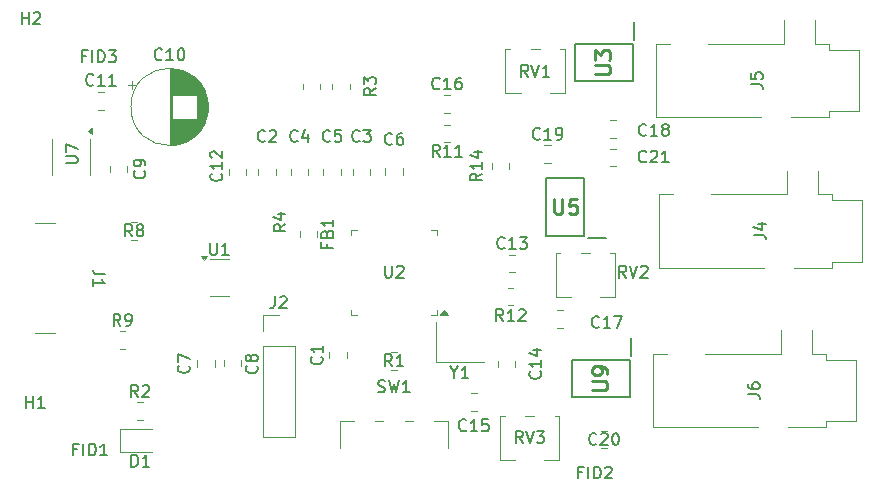
<source format=gbr>
%TF.GenerationSoftware,KiCad,Pcbnew,9.0.2*%
%TF.CreationDate,2025-07-12T15:53:05+01:00*%
%TF.ProjectId,EMG_hand_sensor,454d475f-6861-46e6-945f-73656e736f72,rev?*%
%TF.SameCoordinates,Original*%
%TF.FileFunction,Legend,Top*%
%TF.FilePolarity,Positive*%
%FSLAX46Y46*%
G04 Gerber Fmt 4.6, Leading zero omitted, Abs format (unit mm)*
G04 Created by KiCad (PCBNEW 9.0.2) date 2025-07-12 15:53:05*
%MOMM*%
%LPD*%
G01*
G04 APERTURE LIST*
%ADD10C,0.150000*%
%ADD11C,0.254000*%
%ADD12C,0.120000*%
%ADD13C,0.200000*%
G04 APERTURE END LIST*
D10*
X156859580Y-63916666D02*
X156907200Y-63964285D01*
X156907200Y-63964285D02*
X156954819Y-64107142D01*
X156954819Y-64107142D02*
X156954819Y-64202380D01*
X156954819Y-64202380D02*
X156907200Y-64345237D01*
X156907200Y-64345237D02*
X156811961Y-64440475D01*
X156811961Y-64440475D02*
X156716723Y-64488094D01*
X156716723Y-64488094D02*
X156526247Y-64535713D01*
X156526247Y-64535713D02*
X156383390Y-64535713D01*
X156383390Y-64535713D02*
X156192914Y-64488094D01*
X156192914Y-64488094D02*
X156097676Y-64440475D01*
X156097676Y-64440475D02*
X156002438Y-64345237D01*
X156002438Y-64345237D02*
X155954819Y-64202380D01*
X155954819Y-64202380D02*
X155954819Y-64107142D01*
X155954819Y-64107142D02*
X156002438Y-63964285D01*
X156002438Y-63964285D02*
X156050057Y-63916666D01*
X156954819Y-63440475D02*
X156954819Y-63249999D01*
X156954819Y-63249999D02*
X156907200Y-63154761D01*
X156907200Y-63154761D02*
X156859580Y-63107142D01*
X156859580Y-63107142D02*
X156716723Y-63011904D01*
X156716723Y-63011904D02*
X156526247Y-62964285D01*
X156526247Y-62964285D02*
X156145295Y-62964285D01*
X156145295Y-62964285D02*
X156050057Y-63011904D01*
X156050057Y-63011904D02*
X156002438Y-63059523D01*
X156002438Y-63059523D02*
X155954819Y-63154761D01*
X155954819Y-63154761D02*
X155954819Y-63345237D01*
X155954819Y-63345237D02*
X156002438Y-63440475D01*
X156002438Y-63440475D02*
X156050057Y-63488094D01*
X156050057Y-63488094D02*
X156145295Y-63535713D01*
X156145295Y-63535713D02*
X156383390Y-63535713D01*
X156383390Y-63535713D02*
X156478628Y-63488094D01*
X156478628Y-63488094D02*
X156526247Y-63440475D01*
X156526247Y-63440475D02*
X156573866Y-63345237D01*
X156573866Y-63345237D02*
X156573866Y-63154761D01*
X156573866Y-63154761D02*
X156526247Y-63059523D01*
X156526247Y-63059523D02*
X156478628Y-63011904D01*
X156478628Y-63011904D02*
X156383390Y-62964285D01*
X177238095Y-71954819D02*
X177238095Y-72764342D01*
X177238095Y-72764342D02*
X177285714Y-72859580D01*
X177285714Y-72859580D02*
X177333333Y-72907200D01*
X177333333Y-72907200D02*
X177428571Y-72954819D01*
X177428571Y-72954819D02*
X177619047Y-72954819D01*
X177619047Y-72954819D02*
X177714285Y-72907200D01*
X177714285Y-72907200D02*
X177761904Y-72859580D01*
X177761904Y-72859580D02*
X177809523Y-72764342D01*
X177809523Y-72764342D02*
X177809523Y-71954819D01*
X178238095Y-72050057D02*
X178285714Y-72002438D01*
X178285714Y-72002438D02*
X178380952Y-71954819D01*
X178380952Y-71954819D02*
X178619047Y-71954819D01*
X178619047Y-71954819D02*
X178714285Y-72002438D01*
X178714285Y-72002438D02*
X178761904Y-72050057D01*
X178761904Y-72050057D02*
X178809523Y-72145295D01*
X178809523Y-72145295D02*
X178809523Y-72240533D01*
X178809523Y-72240533D02*
X178761904Y-72383390D01*
X178761904Y-72383390D02*
X178190476Y-72954819D01*
X178190476Y-72954819D02*
X178809523Y-72954819D01*
X187237142Y-76634819D02*
X186903809Y-76158628D01*
X186665714Y-76634819D02*
X186665714Y-75634819D01*
X186665714Y-75634819D02*
X187046666Y-75634819D01*
X187046666Y-75634819D02*
X187141904Y-75682438D01*
X187141904Y-75682438D02*
X187189523Y-75730057D01*
X187189523Y-75730057D02*
X187237142Y-75825295D01*
X187237142Y-75825295D02*
X187237142Y-75968152D01*
X187237142Y-75968152D02*
X187189523Y-76063390D01*
X187189523Y-76063390D02*
X187141904Y-76111009D01*
X187141904Y-76111009D02*
X187046666Y-76158628D01*
X187046666Y-76158628D02*
X186665714Y-76158628D01*
X188189523Y-76634819D02*
X187618095Y-76634819D01*
X187903809Y-76634819D02*
X187903809Y-75634819D01*
X187903809Y-75634819D02*
X187808571Y-75777676D01*
X187808571Y-75777676D02*
X187713333Y-75872914D01*
X187713333Y-75872914D02*
X187618095Y-75920533D01*
X188570476Y-75730057D02*
X188618095Y-75682438D01*
X188618095Y-75682438D02*
X188713333Y-75634819D01*
X188713333Y-75634819D02*
X188951428Y-75634819D01*
X188951428Y-75634819D02*
X189046666Y-75682438D01*
X189046666Y-75682438D02*
X189094285Y-75730057D01*
X189094285Y-75730057D02*
X189141904Y-75825295D01*
X189141904Y-75825295D02*
X189141904Y-75920533D01*
X189141904Y-75920533D02*
X189094285Y-76063390D01*
X189094285Y-76063390D02*
X188522857Y-76634819D01*
X188522857Y-76634819D02*
X189141904Y-76634819D01*
X154843333Y-77044819D02*
X154510000Y-76568628D01*
X154271905Y-77044819D02*
X154271905Y-76044819D01*
X154271905Y-76044819D02*
X154652857Y-76044819D01*
X154652857Y-76044819D02*
X154748095Y-76092438D01*
X154748095Y-76092438D02*
X154795714Y-76140057D01*
X154795714Y-76140057D02*
X154843333Y-76235295D01*
X154843333Y-76235295D02*
X154843333Y-76378152D01*
X154843333Y-76378152D02*
X154795714Y-76473390D01*
X154795714Y-76473390D02*
X154748095Y-76521009D01*
X154748095Y-76521009D02*
X154652857Y-76568628D01*
X154652857Y-76568628D02*
X154271905Y-76568628D01*
X155319524Y-77044819D02*
X155510000Y-77044819D01*
X155510000Y-77044819D02*
X155605238Y-76997200D01*
X155605238Y-76997200D02*
X155652857Y-76949580D01*
X155652857Y-76949580D02*
X155748095Y-76806723D01*
X155748095Y-76806723D02*
X155795714Y-76616247D01*
X155795714Y-76616247D02*
X155795714Y-76235295D01*
X155795714Y-76235295D02*
X155748095Y-76140057D01*
X155748095Y-76140057D02*
X155700476Y-76092438D01*
X155700476Y-76092438D02*
X155605238Y-76044819D01*
X155605238Y-76044819D02*
X155414762Y-76044819D01*
X155414762Y-76044819D02*
X155319524Y-76092438D01*
X155319524Y-76092438D02*
X155271905Y-76140057D01*
X155271905Y-76140057D02*
X155224286Y-76235295D01*
X155224286Y-76235295D02*
X155224286Y-76473390D01*
X155224286Y-76473390D02*
X155271905Y-76568628D01*
X155271905Y-76568628D02*
X155319524Y-76616247D01*
X155319524Y-76616247D02*
X155414762Y-76663866D01*
X155414762Y-76663866D02*
X155605238Y-76663866D01*
X155605238Y-76663866D02*
X155700476Y-76616247D01*
X155700476Y-76616247D02*
X155748095Y-76568628D01*
X155748095Y-76568628D02*
X155795714Y-76473390D01*
X193928571Y-89431009D02*
X193595238Y-89431009D01*
X193595238Y-89954819D02*
X193595238Y-88954819D01*
X193595238Y-88954819D02*
X194071428Y-88954819D01*
X194452381Y-89954819D02*
X194452381Y-88954819D01*
X194928571Y-89954819D02*
X194928571Y-88954819D01*
X194928571Y-88954819D02*
X195166666Y-88954819D01*
X195166666Y-88954819D02*
X195309523Y-89002438D01*
X195309523Y-89002438D02*
X195404761Y-89097676D01*
X195404761Y-89097676D02*
X195452380Y-89192914D01*
X195452380Y-89192914D02*
X195499999Y-89383390D01*
X195499999Y-89383390D02*
X195499999Y-89526247D01*
X195499999Y-89526247D02*
X195452380Y-89716723D01*
X195452380Y-89716723D02*
X195404761Y-89811961D01*
X195404761Y-89811961D02*
X195309523Y-89907200D01*
X195309523Y-89907200D02*
X195166666Y-89954819D01*
X195166666Y-89954819D02*
X194928571Y-89954819D01*
X195880952Y-89050057D02*
X195928571Y-89002438D01*
X195928571Y-89002438D02*
X196023809Y-88954819D01*
X196023809Y-88954819D02*
X196261904Y-88954819D01*
X196261904Y-88954819D02*
X196357142Y-89002438D01*
X196357142Y-89002438D02*
X196404761Y-89050057D01*
X196404761Y-89050057D02*
X196452380Y-89145295D01*
X196452380Y-89145295D02*
X196452380Y-89240533D01*
X196452380Y-89240533D02*
X196404761Y-89383390D01*
X196404761Y-89383390D02*
X195833333Y-89954819D01*
X195833333Y-89954819D02*
X196452380Y-89954819D01*
X160609580Y-80399166D02*
X160657200Y-80446785D01*
X160657200Y-80446785D02*
X160704819Y-80589642D01*
X160704819Y-80589642D02*
X160704819Y-80684880D01*
X160704819Y-80684880D02*
X160657200Y-80827737D01*
X160657200Y-80827737D02*
X160561961Y-80922975D01*
X160561961Y-80922975D02*
X160466723Y-80970594D01*
X160466723Y-80970594D02*
X160276247Y-81018213D01*
X160276247Y-81018213D02*
X160133390Y-81018213D01*
X160133390Y-81018213D02*
X159942914Y-80970594D01*
X159942914Y-80970594D02*
X159847676Y-80922975D01*
X159847676Y-80922975D02*
X159752438Y-80827737D01*
X159752438Y-80827737D02*
X159704819Y-80684880D01*
X159704819Y-80684880D02*
X159704819Y-80589642D01*
X159704819Y-80589642D02*
X159752438Y-80446785D01*
X159752438Y-80446785D02*
X159800057Y-80399166D01*
X159704819Y-80065832D02*
X159704819Y-79399166D01*
X159704819Y-79399166D02*
X160704819Y-79827737D01*
D11*
X195054318Y-55717619D02*
X196082413Y-55717619D01*
X196082413Y-55717619D02*
X196203365Y-55657142D01*
X196203365Y-55657142D02*
X196263842Y-55596666D01*
X196263842Y-55596666D02*
X196324318Y-55475714D01*
X196324318Y-55475714D02*
X196324318Y-55233809D01*
X196324318Y-55233809D02*
X196263842Y-55112857D01*
X196263842Y-55112857D02*
X196203365Y-55052380D01*
X196203365Y-55052380D02*
X196082413Y-54991904D01*
X196082413Y-54991904D02*
X195054318Y-54991904D01*
X195054318Y-54508095D02*
X195054318Y-53721904D01*
X195054318Y-53721904D02*
X195538127Y-54145238D01*
X195538127Y-54145238D02*
X195538127Y-53963809D01*
X195538127Y-53963809D02*
X195598603Y-53842857D01*
X195598603Y-53842857D02*
X195659080Y-53782381D01*
X195659080Y-53782381D02*
X195780032Y-53721904D01*
X195780032Y-53721904D02*
X196082413Y-53721904D01*
X196082413Y-53721904D02*
X196203365Y-53782381D01*
X196203365Y-53782381D02*
X196263842Y-53842857D01*
X196263842Y-53842857D02*
X196324318Y-53963809D01*
X196324318Y-53963809D02*
X196324318Y-54326666D01*
X196324318Y-54326666D02*
X196263842Y-54447619D01*
X196263842Y-54447619D02*
X196203365Y-54508095D01*
D10*
X199357142Y-60859580D02*
X199309523Y-60907200D01*
X199309523Y-60907200D02*
X199166666Y-60954819D01*
X199166666Y-60954819D02*
X199071428Y-60954819D01*
X199071428Y-60954819D02*
X198928571Y-60907200D01*
X198928571Y-60907200D02*
X198833333Y-60811961D01*
X198833333Y-60811961D02*
X198785714Y-60716723D01*
X198785714Y-60716723D02*
X198738095Y-60526247D01*
X198738095Y-60526247D02*
X198738095Y-60383390D01*
X198738095Y-60383390D02*
X198785714Y-60192914D01*
X198785714Y-60192914D02*
X198833333Y-60097676D01*
X198833333Y-60097676D02*
X198928571Y-60002438D01*
X198928571Y-60002438D02*
X199071428Y-59954819D01*
X199071428Y-59954819D02*
X199166666Y-59954819D01*
X199166666Y-59954819D02*
X199309523Y-60002438D01*
X199309523Y-60002438D02*
X199357142Y-60050057D01*
X200309523Y-60954819D02*
X199738095Y-60954819D01*
X200023809Y-60954819D02*
X200023809Y-59954819D01*
X200023809Y-59954819D02*
X199928571Y-60097676D01*
X199928571Y-60097676D02*
X199833333Y-60192914D01*
X199833333Y-60192914D02*
X199738095Y-60240533D01*
X200880952Y-60383390D02*
X200785714Y-60335771D01*
X200785714Y-60335771D02*
X200738095Y-60288152D01*
X200738095Y-60288152D02*
X200690476Y-60192914D01*
X200690476Y-60192914D02*
X200690476Y-60145295D01*
X200690476Y-60145295D02*
X200738095Y-60050057D01*
X200738095Y-60050057D02*
X200785714Y-60002438D01*
X200785714Y-60002438D02*
X200880952Y-59954819D01*
X200880952Y-59954819D02*
X201071428Y-59954819D01*
X201071428Y-59954819D02*
X201166666Y-60002438D01*
X201166666Y-60002438D02*
X201214285Y-60050057D01*
X201214285Y-60050057D02*
X201261904Y-60145295D01*
X201261904Y-60145295D02*
X201261904Y-60192914D01*
X201261904Y-60192914D02*
X201214285Y-60288152D01*
X201214285Y-60288152D02*
X201166666Y-60335771D01*
X201166666Y-60335771D02*
X201071428Y-60383390D01*
X201071428Y-60383390D02*
X200880952Y-60383390D01*
X200880952Y-60383390D02*
X200785714Y-60431009D01*
X200785714Y-60431009D02*
X200738095Y-60478628D01*
X200738095Y-60478628D02*
X200690476Y-60573866D01*
X200690476Y-60573866D02*
X200690476Y-60764342D01*
X200690476Y-60764342D02*
X200738095Y-60859580D01*
X200738095Y-60859580D02*
X200785714Y-60907200D01*
X200785714Y-60907200D02*
X200880952Y-60954819D01*
X200880952Y-60954819D02*
X201071428Y-60954819D01*
X201071428Y-60954819D02*
X201166666Y-60907200D01*
X201166666Y-60907200D02*
X201214285Y-60859580D01*
X201214285Y-60859580D02*
X201261904Y-60764342D01*
X201261904Y-60764342D02*
X201261904Y-60573866D01*
X201261904Y-60573866D02*
X201214285Y-60478628D01*
X201214285Y-60478628D02*
X201166666Y-60431009D01*
X201166666Y-60431009D02*
X201071428Y-60383390D01*
X181857142Y-62704819D02*
X181523809Y-62228628D01*
X181285714Y-62704819D02*
X181285714Y-61704819D01*
X181285714Y-61704819D02*
X181666666Y-61704819D01*
X181666666Y-61704819D02*
X181761904Y-61752438D01*
X181761904Y-61752438D02*
X181809523Y-61800057D01*
X181809523Y-61800057D02*
X181857142Y-61895295D01*
X181857142Y-61895295D02*
X181857142Y-62038152D01*
X181857142Y-62038152D02*
X181809523Y-62133390D01*
X181809523Y-62133390D02*
X181761904Y-62181009D01*
X181761904Y-62181009D02*
X181666666Y-62228628D01*
X181666666Y-62228628D02*
X181285714Y-62228628D01*
X182809523Y-62704819D02*
X182238095Y-62704819D01*
X182523809Y-62704819D02*
X182523809Y-61704819D01*
X182523809Y-61704819D02*
X182428571Y-61847676D01*
X182428571Y-61847676D02*
X182333333Y-61942914D01*
X182333333Y-61942914D02*
X182238095Y-61990533D01*
X183761904Y-62704819D02*
X183190476Y-62704819D01*
X183476190Y-62704819D02*
X183476190Y-61704819D01*
X183476190Y-61704819D02*
X183380952Y-61847676D01*
X183380952Y-61847676D02*
X183285714Y-61942914D01*
X183285714Y-61942914D02*
X183190476Y-61990533D01*
X166359580Y-80416666D02*
X166407200Y-80464285D01*
X166407200Y-80464285D02*
X166454819Y-80607142D01*
X166454819Y-80607142D02*
X166454819Y-80702380D01*
X166454819Y-80702380D02*
X166407200Y-80845237D01*
X166407200Y-80845237D02*
X166311961Y-80940475D01*
X166311961Y-80940475D02*
X166216723Y-80988094D01*
X166216723Y-80988094D02*
X166026247Y-81035713D01*
X166026247Y-81035713D02*
X165883390Y-81035713D01*
X165883390Y-81035713D02*
X165692914Y-80988094D01*
X165692914Y-80988094D02*
X165597676Y-80940475D01*
X165597676Y-80940475D02*
X165502438Y-80845237D01*
X165502438Y-80845237D02*
X165454819Y-80702380D01*
X165454819Y-80702380D02*
X165454819Y-80607142D01*
X165454819Y-80607142D02*
X165502438Y-80464285D01*
X165502438Y-80464285D02*
X165550057Y-80416666D01*
X165883390Y-79845237D02*
X165835771Y-79940475D01*
X165835771Y-79940475D02*
X165788152Y-79988094D01*
X165788152Y-79988094D02*
X165692914Y-80035713D01*
X165692914Y-80035713D02*
X165645295Y-80035713D01*
X165645295Y-80035713D02*
X165550057Y-79988094D01*
X165550057Y-79988094D02*
X165502438Y-79940475D01*
X165502438Y-79940475D02*
X165454819Y-79845237D01*
X165454819Y-79845237D02*
X165454819Y-79654761D01*
X165454819Y-79654761D02*
X165502438Y-79559523D01*
X165502438Y-79559523D02*
X165550057Y-79511904D01*
X165550057Y-79511904D02*
X165645295Y-79464285D01*
X165645295Y-79464285D02*
X165692914Y-79464285D01*
X165692914Y-79464285D02*
X165788152Y-79511904D01*
X165788152Y-79511904D02*
X165835771Y-79559523D01*
X165835771Y-79559523D02*
X165883390Y-79654761D01*
X165883390Y-79654761D02*
X165883390Y-79845237D01*
X165883390Y-79845237D02*
X165931009Y-79940475D01*
X165931009Y-79940475D02*
X165978628Y-79988094D01*
X165978628Y-79988094D02*
X166073866Y-80035713D01*
X166073866Y-80035713D02*
X166264342Y-80035713D01*
X166264342Y-80035713D02*
X166359580Y-79988094D01*
X166359580Y-79988094D02*
X166407200Y-79940475D01*
X166407200Y-79940475D02*
X166454819Y-79845237D01*
X166454819Y-79845237D02*
X166454819Y-79654761D01*
X166454819Y-79654761D02*
X166407200Y-79559523D01*
X166407200Y-79559523D02*
X166359580Y-79511904D01*
X166359580Y-79511904D02*
X166264342Y-79464285D01*
X166264342Y-79464285D02*
X166073866Y-79464285D01*
X166073866Y-79464285D02*
X165978628Y-79511904D01*
X165978628Y-79511904D02*
X165931009Y-79559523D01*
X165931009Y-79559523D02*
X165883390Y-79654761D01*
X168804819Y-68416666D02*
X168328628Y-68749999D01*
X168804819Y-68988094D02*
X167804819Y-68988094D01*
X167804819Y-68988094D02*
X167804819Y-68607142D01*
X167804819Y-68607142D02*
X167852438Y-68511904D01*
X167852438Y-68511904D02*
X167900057Y-68464285D01*
X167900057Y-68464285D02*
X167995295Y-68416666D01*
X167995295Y-68416666D02*
X168138152Y-68416666D01*
X168138152Y-68416666D02*
X168233390Y-68464285D01*
X168233390Y-68464285D02*
X168281009Y-68511904D01*
X168281009Y-68511904D02*
X168328628Y-68607142D01*
X168328628Y-68607142D02*
X168328628Y-68988094D01*
X168138152Y-67559523D02*
X168804819Y-67559523D01*
X167757200Y-67797618D02*
X168471485Y-68035713D01*
X168471485Y-68035713D02*
X168471485Y-67416666D01*
X169833333Y-61359580D02*
X169785714Y-61407200D01*
X169785714Y-61407200D02*
X169642857Y-61454819D01*
X169642857Y-61454819D02*
X169547619Y-61454819D01*
X169547619Y-61454819D02*
X169404762Y-61407200D01*
X169404762Y-61407200D02*
X169309524Y-61311961D01*
X169309524Y-61311961D02*
X169261905Y-61216723D01*
X169261905Y-61216723D02*
X169214286Y-61026247D01*
X169214286Y-61026247D02*
X169214286Y-60883390D01*
X169214286Y-60883390D02*
X169261905Y-60692914D01*
X169261905Y-60692914D02*
X169309524Y-60597676D01*
X169309524Y-60597676D02*
X169404762Y-60502438D01*
X169404762Y-60502438D02*
X169547619Y-60454819D01*
X169547619Y-60454819D02*
X169642857Y-60454819D01*
X169642857Y-60454819D02*
X169785714Y-60502438D01*
X169785714Y-60502438D02*
X169833333Y-60550057D01*
X170690476Y-60788152D02*
X170690476Y-61454819D01*
X170452381Y-60407200D02*
X170214286Y-61121485D01*
X170214286Y-61121485D02*
X170833333Y-61121485D01*
X177833333Y-61609580D02*
X177785714Y-61657200D01*
X177785714Y-61657200D02*
X177642857Y-61704819D01*
X177642857Y-61704819D02*
X177547619Y-61704819D01*
X177547619Y-61704819D02*
X177404762Y-61657200D01*
X177404762Y-61657200D02*
X177309524Y-61561961D01*
X177309524Y-61561961D02*
X177261905Y-61466723D01*
X177261905Y-61466723D02*
X177214286Y-61276247D01*
X177214286Y-61276247D02*
X177214286Y-61133390D01*
X177214286Y-61133390D02*
X177261905Y-60942914D01*
X177261905Y-60942914D02*
X177309524Y-60847676D01*
X177309524Y-60847676D02*
X177404762Y-60752438D01*
X177404762Y-60752438D02*
X177547619Y-60704819D01*
X177547619Y-60704819D02*
X177642857Y-60704819D01*
X177642857Y-60704819D02*
X177785714Y-60752438D01*
X177785714Y-60752438D02*
X177833333Y-60800057D01*
X178690476Y-60704819D02*
X178500000Y-60704819D01*
X178500000Y-60704819D02*
X178404762Y-60752438D01*
X178404762Y-60752438D02*
X178357143Y-60800057D01*
X178357143Y-60800057D02*
X178261905Y-60942914D01*
X178261905Y-60942914D02*
X178214286Y-61133390D01*
X178214286Y-61133390D02*
X178214286Y-61514342D01*
X178214286Y-61514342D02*
X178261905Y-61609580D01*
X178261905Y-61609580D02*
X178309524Y-61657200D01*
X178309524Y-61657200D02*
X178404762Y-61704819D01*
X178404762Y-61704819D02*
X178595238Y-61704819D01*
X178595238Y-61704819D02*
X178690476Y-61657200D01*
X178690476Y-61657200D02*
X178738095Y-61609580D01*
X178738095Y-61609580D02*
X178785714Y-61514342D01*
X178785714Y-61514342D02*
X178785714Y-61276247D01*
X178785714Y-61276247D02*
X178738095Y-61181009D01*
X178738095Y-61181009D02*
X178690476Y-61133390D01*
X178690476Y-61133390D02*
X178595238Y-61085771D01*
X178595238Y-61085771D02*
X178404762Y-61085771D01*
X178404762Y-61085771D02*
X178309524Y-61133390D01*
X178309524Y-61133390D02*
X178261905Y-61181009D01*
X178261905Y-61181009D02*
X178214286Y-61276247D01*
X176454819Y-56916666D02*
X175978628Y-57249999D01*
X176454819Y-57488094D02*
X175454819Y-57488094D01*
X175454819Y-57488094D02*
X175454819Y-57107142D01*
X175454819Y-57107142D02*
X175502438Y-57011904D01*
X175502438Y-57011904D02*
X175550057Y-56964285D01*
X175550057Y-56964285D02*
X175645295Y-56916666D01*
X175645295Y-56916666D02*
X175788152Y-56916666D01*
X175788152Y-56916666D02*
X175883390Y-56964285D01*
X175883390Y-56964285D02*
X175931009Y-57011904D01*
X175931009Y-57011904D02*
X175978628Y-57107142D01*
X175978628Y-57107142D02*
X175978628Y-57488094D01*
X175454819Y-56583332D02*
X175454819Y-55964285D01*
X175454819Y-55964285D02*
X175835771Y-56297618D01*
X175835771Y-56297618D02*
X175835771Y-56154761D01*
X175835771Y-56154761D02*
X175883390Y-56059523D01*
X175883390Y-56059523D02*
X175931009Y-56011904D01*
X175931009Y-56011904D02*
X176026247Y-55964285D01*
X176026247Y-55964285D02*
X176264342Y-55964285D01*
X176264342Y-55964285D02*
X176359580Y-56011904D01*
X176359580Y-56011904D02*
X176407200Y-56059523D01*
X176407200Y-56059523D02*
X176454819Y-56154761D01*
X176454819Y-56154761D02*
X176454819Y-56440475D01*
X176454819Y-56440475D02*
X176407200Y-56535713D01*
X176407200Y-56535713D02*
X176359580Y-56583332D01*
X208204819Y-56583333D02*
X208919104Y-56583333D01*
X208919104Y-56583333D02*
X209061961Y-56630952D01*
X209061961Y-56630952D02*
X209157200Y-56726190D01*
X209157200Y-56726190D02*
X209204819Y-56869047D01*
X209204819Y-56869047D02*
X209204819Y-56964285D01*
X208204819Y-55630952D02*
X208204819Y-56107142D01*
X208204819Y-56107142D02*
X208681009Y-56154761D01*
X208681009Y-56154761D02*
X208633390Y-56107142D01*
X208633390Y-56107142D02*
X208585771Y-56011904D01*
X208585771Y-56011904D02*
X208585771Y-55773809D01*
X208585771Y-55773809D02*
X208633390Y-55678571D01*
X208633390Y-55678571D02*
X208681009Y-55630952D01*
X208681009Y-55630952D02*
X208776247Y-55583333D01*
X208776247Y-55583333D02*
X209014342Y-55583333D01*
X209014342Y-55583333D02*
X209109580Y-55630952D01*
X209109580Y-55630952D02*
X209157200Y-55678571D01*
X209157200Y-55678571D02*
X209204819Y-55773809D01*
X209204819Y-55773809D02*
X209204819Y-56011904D01*
X209204819Y-56011904D02*
X209157200Y-56107142D01*
X209157200Y-56107142D02*
X209109580Y-56154761D01*
X184107142Y-85859580D02*
X184059523Y-85907200D01*
X184059523Y-85907200D02*
X183916666Y-85954819D01*
X183916666Y-85954819D02*
X183821428Y-85954819D01*
X183821428Y-85954819D02*
X183678571Y-85907200D01*
X183678571Y-85907200D02*
X183583333Y-85811961D01*
X183583333Y-85811961D02*
X183535714Y-85716723D01*
X183535714Y-85716723D02*
X183488095Y-85526247D01*
X183488095Y-85526247D02*
X183488095Y-85383390D01*
X183488095Y-85383390D02*
X183535714Y-85192914D01*
X183535714Y-85192914D02*
X183583333Y-85097676D01*
X183583333Y-85097676D02*
X183678571Y-85002438D01*
X183678571Y-85002438D02*
X183821428Y-84954819D01*
X183821428Y-84954819D02*
X183916666Y-84954819D01*
X183916666Y-84954819D02*
X184059523Y-85002438D01*
X184059523Y-85002438D02*
X184107142Y-85050057D01*
X185059523Y-85954819D02*
X184488095Y-85954819D01*
X184773809Y-85954819D02*
X184773809Y-84954819D01*
X184773809Y-84954819D02*
X184678571Y-85097676D01*
X184678571Y-85097676D02*
X184583333Y-85192914D01*
X184583333Y-85192914D02*
X184488095Y-85240533D01*
X185964285Y-84954819D02*
X185488095Y-84954819D01*
X185488095Y-84954819D02*
X185440476Y-85431009D01*
X185440476Y-85431009D02*
X185488095Y-85383390D01*
X185488095Y-85383390D02*
X185583333Y-85335771D01*
X185583333Y-85335771D02*
X185821428Y-85335771D01*
X185821428Y-85335771D02*
X185916666Y-85383390D01*
X185916666Y-85383390D02*
X185964285Y-85431009D01*
X185964285Y-85431009D02*
X186011904Y-85526247D01*
X186011904Y-85526247D02*
X186011904Y-85764342D01*
X186011904Y-85764342D02*
X185964285Y-85859580D01*
X185964285Y-85859580D02*
X185916666Y-85907200D01*
X185916666Y-85907200D02*
X185821428Y-85954819D01*
X185821428Y-85954819D02*
X185583333Y-85954819D01*
X185583333Y-85954819D02*
X185488095Y-85907200D01*
X185488095Y-85907200D02*
X185440476Y-85859580D01*
X155761905Y-88954819D02*
X155761905Y-87954819D01*
X155761905Y-87954819D02*
X156000000Y-87954819D01*
X156000000Y-87954819D02*
X156142857Y-88002438D01*
X156142857Y-88002438D02*
X156238095Y-88097676D01*
X156238095Y-88097676D02*
X156285714Y-88192914D01*
X156285714Y-88192914D02*
X156333333Y-88383390D01*
X156333333Y-88383390D02*
X156333333Y-88526247D01*
X156333333Y-88526247D02*
X156285714Y-88716723D01*
X156285714Y-88716723D02*
X156238095Y-88811961D01*
X156238095Y-88811961D02*
X156142857Y-88907200D01*
X156142857Y-88907200D02*
X156000000Y-88954819D01*
X156000000Y-88954819D02*
X155761905Y-88954819D01*
X157285714Y-88954819D02*
X156714286Y-88954819D01*
X157000000Y-88954819D02*
X157000000Y-87954819D01*
X157000000Y-87954819D02*
X156904762Y-88097676D01*
X156904762Y-88097676D02*
X156809524Y-88192914D01*
X156809524Y-88192914D02*
X156714286Y-88240533D01*
X177833333Y-80454819D02*
X177500000Y-79978628D01*
X177261905Y-80454819D02*
X177261905Y-79454819D01*
X177261905Y-79454819D02*
X177642857Y-79454819D01*
X177642857Y-79454819D02*
X177738095Y-79502438D01*
X177738095Y-79502438D02*
X177785714Y-79550057D01*
X177785714Y-79550057D02*
X177833333Y-79645295D01*
X177833333Y-79645295D02*
X177833333Y-79788152D01*
X177833333Y-79788152D02*
X177785714Y-79883390D01*
X177785714Y-79883390D02*
X177738095Y-79931009D01*
X177738095Y-79931009D02*
X177642857Y-79978628D01*
X177642857Y-79978628D02*
X177261905Y-79978628D01*
X178785714Y-80454819D02*
X178214286Y-80454819D01*
X178500000Y-80454819D02*
X178500000Y-79454819D01*
X178500000Y-79454819D02*
X178404762Y-79597676D01*
X178404762Y-79597676D02*
X178309524Y-79692914D01*
X178309524Y-79692914D02*
X178214286Y-79740533D01*
X175083333Y-61359580D02*
X175035714Y-61407200D01*
X175035714Y-61407200D02*
X174892857Y-61454819D01*
X174892857Y-61454819D02*
X174797619Y-61454819D01*
X174797619Y-61454819D02*
X174654762Y-61407200D01*
X174654762Y-61407200D02*
X174559524Y-61311961D01*
X174559524Y-61311961D02*
X174511905Y-61216723D01*
X174511905Y-61216723D02*
X174464286Y-61026247D01*
X174464286Y-61026247D02*
X174464286Y-60883390D01*
X174464286Y-60883390D02*
X174511905Y-60692914D01*
X174511905Y-60692914D02*
X174559524Y-60597676D01*
X174559524Y-60597676D02*
X174654762Y-60502438D01*
X174654762Y-60502438D02*
X174797619Y-60454819D01*
X174797619Y-60454819D02*
X174892857Y-60454819D01*
X174892857Y-60454819D02*
X175035714Y-60502438D01*
X175035714Y-60502438D02*
X175083333Y-60550057D01*
X175416667Y-60454819D02*
X176035714Y-60454819D01*
X176035714Y-60454819D02*
X175702381Y-60835771D01*
X175702381Y-60835771D02*
X175845238Y-60835771D01*
X175845238Y-60835771D02*
X175940476Y-60883390D01*
X175940476Y-60883390D02*
X175988095Y-60931009D01*
X175988095Y-60931009D02*
X176035714Y-61026247D01*
X176035714Y-61026247D02*
X176035714Y-61264342D01*
X176035714Y-61264342D02*
X175988095Y-61359580D01*
X175988095Y-61359580D02*
X175940476Y-61407200D01*
X175940476Y-61407200D02*
X175845238Y-61454819D01*
X175845238Y-61454819D02*
X175559524Y-61454819D01*
X175559524Y-61454819D02*
X175464286Y-61407200D01*
X175464286Y-61407200D02*
X175416667Y-61359580D01*
D11*
X191532380Y-66304318D02*
X191532380Y-67332413D01*
X191532380Y-67332413D02*
X191592857Y-67453365D01*
X191592857Y-67453365D02*
X191653333Y-67513842D01*
X191653333Y-67513842D02*
X191774285Y-67574318D01*
X191774285Y-67574318D02*
X192016190Y-67574318D01*
X192016190Y-67574318D02*
X192137142Y-67513842D01*
X192137142Y-67513842D02*
X192197619Y-67453365D01*
X192197619Y-67453365D02*
X192258095Y-67332413D01*
X192258095Y-67332413D02*
X192258095Y-66304318D01*
X193467618Y-66304318D02*
X192862856Y-66304318D01*
X192862856Y-66304318D02*
X192802380Y-66909080D01*
X192802380Y-66909080D02*
X192862856Y-66848603D01*
X192862856Y-66848603D02*
X192983809Y-66788127D01*
X192983809Y-66788127D02*
X193286190Y-66788127D01*
X193286190Y-66788127D02*
X193407142Y-66848603D01*
X193407142Y-66848603D02*
X193467618Y-66909080D01*
X193467618Y-66909080D02*
X193528095Y-67030032D01*
X193528095Y-67030032D02*
X193528095Y-67332413D01*
X193528095Y-67332413D02*
X193467618Y-67453365D01*
X193467618Y-67453365D02*
X193407142Y-67513842D01*
X193407142Y-67513842D02*
X193286190Y-67574318D01*
X193286190Y-67574318D02*
X192983809Y-67574318D01*
X192983809Y-67574318D02*
X192862856Y-67513842D01*
X192862856Y-67513842D02*
X192802380Y-67453365D01*
D10*
X167916666Y-74534819D02*
X167916666Y-75249104D01*
X167916666Y-75249104D02*
X167869047Y-75391961D01*
X167869047Y-75391961D02*
X167773809Y-75487200D01*
X167773809Y-75487200D02*
X167630952Y-75534819D01*
X167630952Y-75534819D02*
X167535714Y-75534819D01*
X168345238Y-74630057D02*
X168392857Y-74582438D01*
X168392857Y-74582438D02*
X168488095Y-74534819D01*
X168488095Y-74534819D02*
X168726190Y-74534819D01*
X168726190Y-74534819D02*
X168821428Y-74582438D01*
X168821428Y-74582438D02*
X168869047Y-74630057D01*
X168869047Y-74630057D02*
X168916666Y-74725295D01*
X168916666Y-74725295D02*
X168916666Y-74820533D01*
X168916666Y-74820533D02*
X168869047Y-74963390D01*
X168869047Y-74963390D02*
X168297619Y-75534819D01*
X168297619Y-75534819D02*
X168916666Y-75534819D01*
X171859580Y-79666666D02*
X171907200Y-79714285D01*
X171907200Y-79714285D02*
X171954819Y-79857142D01*
X171954819Y-79857142D02*
X171954819Y-79952380D01*
X171954819Y-79952380D02*
X171907200Y-80095237D01*
X171907200Y-80095237D02*
X171811961Y-80190475D01*
X171811961Y-80190475D02*
X171716723Y-80238094D01*
X171716723Y-80238094D02*
X171526247Y-80285713D01*
X171526247Y-80285713D02*
X171383390Y-80285713D01*
X171383390Y-80285713D02*
X171192914Y-80238094D01*
X171192914Y-80238094D02*
X171097676Y-80190475D01*
X171097676Y-80190475D02*
X171002438Y-80095237D01*
X171002438Y-80095237D02*
X170954819Y-79952380D01*
X170954819Y-79952380D02*
X170954819Y-79857142D01*
X170954819Y-79857142D02*
X171002438Y-79714285D01*
X171002438Y-79714285D02*
X171050057Y-79666666D01*
X171954819Y-78714285D02*
X171954819Y-79285713D01*
X171954819Y-78999999D02*
X170954819Y-78999999D01*
X170954819Y-78999999D02*
X171097676Y-79095237D01*
X171097676Y-79095237D02*
X171192914Y-79190475D01*
X171192914Y-79190475D02*
X171240533Y-79285713D01*
X187357142Y-70429580D02*
X187309523Y-70477200D01*
X187309523Y-70477200D02*
X187166666Y-70524819D01*
X187166666Y-70524819D02*
X187071428Y-70524819D01*
X187071428Y-70524819D02*
X186928571Y-70477200D01*
X186928571Y-70477200D02*
X186833333Y-70381961D01*
X186833333Y-70381961D02*
X186785714Y-70286723D01*
X186785714Y-70286723D02*
X186738095Y-70096247D01*
X186738095Y-70096247D02*
X186738095Y-69953390D01*
X186738095Y-69953390D02*
X186785714Y-69762914D01*
X186785714Y-69762914D02*
X186833333Y-69667676D01*
X186833333Y-69667676D02*
X186928571Y-69572438D01*
X186928571Y-69572438D02*
X187071428Y-69524819D01*
X187071428Y-69524819D02*
X187166666Y-69524819D01*
X187166666Y-69524819D02*
X187309523Y-69572438D01*
X187309523Y-69572438D02*
X187357142Y-69620057D01*
X188309523Y-70524819D02*
X187738095Y-70524819D01*
X188023809Y-70524819D02*
X188023809Y-69524819D01*
X188023809Y-69524819D02*
X187928571Y-69667676D01*
X187928571Y-69667676D02*
X187833333Y-69762914D01*
X187833333Y-69762914D02*
X187738095Y-69810533D01*
X188642857Y-69524819D02*
X189261904Y-69524819D01*
X189261904Y-69524819D02*
X188928571Y-69905771D01*
X188928571Y-69905771D02*
X189071428Y-69905771D01*
X189071428Y-69905771D02*
X189166666Y-69953390D01*
X189166666Y-69953390D02*
X189214285Y-70001009D01*
X189214285Y-70001009D02*
X189261904Y-70096247D01*
X189261904Y-70096247D02*
X189261904Y-70334342D01*
X189261904Y-70334342D02*
X189214285Y-70429580D01*
X189214285Y-70429580D02*
X189166666Y-70477200D01*
X189166666Y-70477200D02*
X189071428Y-70524819D01*
X189071428Y-70524819D02*
X188785714Y-70524819D01*
X188785714Y-70524819D02*
X188690476Y-70477200D01*
X188690476Y-70477200D02*
X188642857Y-70429580D01*
D11*
X194804318Y-82467619D02*
X195832413Y-82467619D01*
X195832413Y-82467619D02*
X195953365Y-82407142D01*
X195953365Y-82407142D02*
X196013842Y-82346666D01*
X196013842Y-82346666D02*
X196074318Y-82225714D01*
X196074318Y-82225714D02*
X196074318Y-81983809D01*
X196074318Y-81983809D02*
X196013842Y-81862857D01*
X196013842Y-81862857D02*
X195953365Y-81802380D01*
X195953365Y-81802380D02*
X195832413Y-81741904D01*
X195832413Y-81741904D02*
X194804318Y-81741904D01*
X196074318Y-81076666D02*
X196074318Y-80834762D01*
X196074318Y-80834762D02*
X196013842Y-80713809D01*
X196013842Y-80713809D02*
X195953365Y-80653333D01*
X195953365Y-80653333D02*
X195771937Y-80532381D01*
X195771937Y-80532381D02*
X195530032Y-80471904D01*
X195530032Y-80471904D02*
X195046222Y-80471904D01*
X195046222Y-80471904D02*
X194925270Y-80532381D01*
X194925270Y-80532381D02*
X194864794Y-80592857D01*
X194864794Y-80592857D02*
X194804318Y-80713809D01*
X194804318Y-80713809D02*
X194804318Y-80955714D01*
X194804318Y-80955714D02*
X194864794Y-81076666D01*
X194864794Y-81076666D02*
X194925270Y-81137143D01*
X194925270Y-81137143D02*
X195046222Y-81197619D01*
X195046222Y-81197619D02*
X195348603Y-81197619D01*
X195348603Y-81197619D02*
X195469556Y-81137143D01*
X195469556Y-81137143D02*
X195530032Y-81076666D01*
X195530032Y-81076666D02*
X195590508Y-80955714D01*
X195590508Y-80955714D02*
X195590508Y-80713809D01*
X195590508Y-80713809D02*
X195530032Y-80592857D01*
X195530032Y-80592857D02*
X195469556Y-80532381D01*
X195469556Y-80532381D02*
X195348603Y-80471904D01*
D10*
X152539521Y-56609580D02*
X152491902Y-56657200D01*
X152491902Y-56657200D02*
X152349045Y-56704819D01*
X152349045Y-56704819D02*
X152253807Y-56704819D01*
X152253807Y-56704819D02*
X152110950Y-56657200D01*
X152110950Y-56657200D02*
X152015712Y-56561961D01*
X152015712Y-56561961D02*
X151968093Y-56466723D01*
X151968093Y-56466723D02*
X151920474Y-56276247D01*
X151920474Y-56276247D02*
X151920474Y-56133390D01*
X151920474Y-56133390D02*
X151968093Y-55942914D01*
X151968093Y-55942914D02*
X152015712Y-55847676D01*
X152015712Y-55847676D02*
X152110950Y-55752438D01*
X152110950Y-55752438D02*
X152253807Y-55704819D01*
X152253807Y-55704819D02*
X152349045Y-55704819D01*
X152349045Y-55704819D02*
X152491902Y-55752438D01*
X152491902Y-55752438D02*
X152539521Y-55800057D01*
X153491902Y-56704819D02*
X152920474Y-56704819D01*
X153206188Y-56704819D02*
X153206188Y-55704819D01*
X153206188Y-55704819D02*
X153110950Y-55847676D01*
X153110950Y-55847676D02*
X153015712Y-55942914D01*
X153015712Y-55942914D02*
X152920474Y-55990533D01*
X154444283Y-56704819D02*
X153872855Y-56704819D01*
X154158569Y-56704819D02*
X154158569Y-55704819D01*
X154158569Y-55704819D02*
X154063331Y-55847676D01*
X154063331Y-55847676D02*
X153968093Y-55942914D01*
X153968093Y-55942914D02*
X153872855Y-55990533D01*
X172331009Y-70083333D02*
X172331009Y-70416666D01*
X172854819Y-70416666D02*
X171854819Y-70416666D01*
X171854819Y-70416666D02*
X171854819Y-69940476D01*
X172331009Y-69226190D02*
X172378628Y-69083333D01*
X172378628Y-69083333D02*
X172426247Y-69035714D01*
X172426247Y-69035714D02*
X172521485Y-68988095D01*
X172521485Y-68988095D02*
X172664342Y-68988095D01*
X172664342Y-68988095D02*
X172759580Y-69035714D01*
X172759580Y-69035714D02*
X172807200Y-69083333D01*
X172807200Y-69083333D02*
X172854819Y-69178571D01*
X172854819Y-69178571D02*
X172854819Y-69559523D01*
X172854819Y-69559523D02*
X171854819Y-69559523D01*
X171854819Y-69559523D02*
X171854819Y-69226190D01*
X171854819Y-69226190D02*
X171902438Y-69130952D01*
X171902438Y-69130952D02*
X171950057Y-69083333D01*
X171950057Y-69083333D02*
X172045295Y-69035714D01*
X172045295Y-69035714D02*
X172140533Y-69035714D01*
X172140533Y-69035714D02*
X172235771Y-69083333D01*
X172235771Y-69083333D02*
X172283390Y-69130952D01*
X172283390Y-69130952D02*
X172331009Y-69226190D01*
X172331009Y-69226190D02*
X172331009Y-69559523D01*
X172854819Y-68035714D02*
X172854819Y-68607142D01*
X172854819Y-68321428D02*
X171854819Y-68321428D01*
X171854819Y-68321428D02*
X171997676Y-68416666D01*
X171997676Y-68416666D02*
X172092914Y-68511904D01*
X172092914Y-68511904D02*
X172140533Y-68607142D01*
X197654761Y-72954819D02*
X197321428Y-72478628D01*
X197083333Y-72954819D02*
X197083333Y-71954819D01*
X197083333Y-71954819D02*
X197464285Y-71954819D01*
X197464285Y-71954819D02*
X197559523Y-72002438D01*
X197559523Y-72002438D02*
X197607142Y-72050057D01*
X197607142Y-72050057D02*
X197654761Y-72145295D01*
X197654761Y-72145295D02*
X197654761Y-72288152D01*
X197654761Y-72288152D02*
X197607142Y-72383390D01*
X197607142Y-72383390D02*
X197559523Y-72431009D01*
X197559523Y-72431009D02*
X197464285Y-72478628D01*
X197464285Y-72478628D02*
X197083333Y-72478628D01*
X197940476Y-71954819D02*
X198273809Y-72954819D01*
X198273809Y-72954819D02*
X198607142Y-71954819D01*
X198892857Y-72050057D02*
X198940476Y-72002438D01*
X198940476Y-72002438D02*
X199035714Y-71954819D01*
X199035714Y-71954819D02*
X199273809Y-71954819D01*
X199273809Y-71954819D02*
X199369047Y-72002438D01*
X199369047Y-72002438D02*
X199416666Y-72050057D01*
X199416666Y-72050057D02*
X199464285Y-72145295D01*
X199464285Y-72145295D02*
X199464285Y-72240533D01*
X199464285Y-72240533D02*
X199416666Y-72383390D01*
X199416666Y-72383390D02*
X198845238Y-72954819D01*
X198845238Y-72954819D02*
X199464285Y-72954819D01*
X151928571Y-54181009D02*
X151595238Y-54181009D01*
X151595238Y-54704819D02*
X151595238Y-53704819D01*
X151595238Y-53704819D02*
X152071428Y-53704819D01*
X152452381Y-54704819D02*
X152452381Y-53704819D01*
X152928571Y-54704819D02*
X152928571Y-53704819D01*
X152928571Y-53704819D02*
X153166666Y-53704819D01*
X153166666Y-53704819D02*
X153309523Y-53752438D01*
X153309523Y-53752438D02*
X153404761Y-53847676D01*
X153404761Y-53847676D02*
X153452380Y-53942914D01*
X153452380Y-53942914D02*
X153499999Y-54133390D01*
X153499999Y-54133390D02*
X153499999Y-54276247D01*
X153499999Y-54276247D02*
X153452380Y-54466723D01*
X153452380Y-54466723D02*
X153404761Y-54561961D01*
X153404761Y-54561961D02*
X153309523Y-54657200D01*
X153309523Y-54657200D02*
X153166666Y-54704819D01*
X153166666Y-54704819D02*
X152928571Y-54704819D01*
X153833333Y-53704819D02*
X154452380Y-53704819D01*
X154452380Y-53704819D02*
X154119047Y-54085771D01*
X154119047Y-54085771D02*
X154261904Y-54085771D01*
X154261904Y-54085771D02*
X154357142Y-54133390D01*
X154357142Y-54133390D02*
X154404761Y-54181009D01*
X154404761Y-54181009D02*
X154452380Y-54276247D01*
X154452380Y-54276247D02*
X154452380Y-54514342D01*
X154452380Y-54514342D02*
X154404761Y-54609580D01*
X154404761Y-54609580D02*
X154357142Y-54657200D01*
X154357142Y-54657200D02*
X154261904Y-54704819D01*
X154261904Y-54704819D02*
X153976190Y-54704819D01*
X153976190Y-54704819D02*
X153880952Y-54657200D01*
X153880952Y-54657200D02*
X153833333Y-54609580D01*
X156333333Y-83054819D02*
X156000000Y-82578628D01*
X155761905Y-83054819D02*
X155761905Y-82054819D01*
X155761905Y-82054819D02*
X156142857Y-82054819D01*
X156142857Y-82054819D02*
X156238095Y-82102438D01*
X156238095Y-82102438D02*
X156285714Y-82150057D01*
X156285714Y-82150057D02*
X156333333Y-82245295D01*
X156333333Y-82245295D02*
X156333333Y-82388152D01*
X156333333Y-82388152D02*
X156285714Y-82483390D01*
X156285714Y-82483390D02*
X156238095Y-82531009D01*
X156238095Y-82531009D02*
X156142857Y-82578628D01*
X156142857Y-82578628D02*
X155761905Y-82578628D01*
X156714286Y-82150057D02*
X156761905Y-82102438D01*
X156761905Y-82102438D02*
X156857143Y-82054819D01*
X156857143Y-82054819D02*
X157095238Y-82054819D01*
X157095238Y-82054819D02*
X157190476Y-82102438D01*
X157190476Y-82102438D02*
X157238095Y-82150057D01*
X157238095Y-82150057D02*
X157285714Y-82245295D01*
X157285714Y-82245295D02*
X157285714Y-82340533D01*
X157285714Y-82340533D02*
X157238095Y-82483390D01*
X157238095Y-82483390D02*
X156666667Y-83054819D01*
X156666667Y-83054819D02*
X157285714Y-83054819D01*
X163359580Y-64142857D02*
X163407200Y-64190476D01*
X163407200Y-64190476D02*
X163454819Y-64333333D01*
X163454819Y-64333333D02*
X163454819Y-64428571D01*
X163454819Y-64428571D02*
X163407200Y-64571428D01*
X163407200Y-64571428D02*
X163311961Y-64666666D01*
X163311961Y-64666666D02*
X163216723Y-64714285D01*
X163216723Y-64714285D02*
X163026247Y-64761904D01*
X163026247Y-64761904D02*
X162883390Y-64761904D01*
X162883390Y-64761904D02*
X162692914Y-64714285D01*
X162692914Y-64714285D02*
X162597676Y-64666666D01*
X162597676Y-64666666D02*
X162502438Y-64571428D01*
X162502438Y-64571428D02*
X162454819Y-64428571D01*
X162454819Y-64428571D02*
X162454819Y-64333333D01*
X162454819Y-64333333D02*
X162502438Y-64190476D01*
X162502438Y-64190476D02*
X162550057Y-64142857D01*
X163454819Y-63190476D02*
X163454819Y-63761904D01*
X163454819Y-63476190D02*
X162454819Y-63476190D01*
X162454819Y-63476190D02*
X162597676Y-63571428D01*
X162597676Y-63571428D02*
X162692914Y-63666666D01*
X162692914Y-63666666D02*
X162740533Y-63761904D01*
X162550057Y-62809523D02*
X162502438Y-62761904D01*
X162502438Y-62761904D02*
X162454819Y-62666666D01*
X162454819Y-62666666D02*
X162454819Y-62428571D01*
X162454819Y-62428571D02*
X162502438Y-62333333D01*
X162502438Y-62333333D02*
X162550057Y-62285714D01*
X162550057Y-62285714D02*
X162645295Y-62238095D01*
X162645295Y-62238095D02*
X162740533Y-62238095D01*
X162740533Y-62238095D02*
X162883390Y-62285714D01*
X162883390Y-62285714D02*
X163454819Y-62857142D01*
X163454819Y-62857142D02*
X163454819Y-62238095D01*
X190357142Y-61179580D02*
X190309523Y-61227200D01*
X190309523Y-61227200D02*
X190166666Y-61274819D01*
X190166666Y-61274819D02*
X190071428Y-61274819D01*
X190071428Y-61274819D02*
X189928571Y-61227200D01*
X189928571Y-61227200D02*
X189833333Y-61131961D01*
X189833333Y-61131961D02*
X189785714Y-61036723D01*
X189785714Y-61036723D02*
X189738095Y-60846247D01*
X189738095Y-60846247D02*
X189738095Y-60703390D01*
X189738095Y-60703390D02*
X189785714Y-60512914D01*
X189785714Y-60512914D02*
X189833333Y-60417676D01*
X189833333Y-60417676D02*
X189928571Y-60322438D01*
X189928571Y-60322438D02*
X190071428Y-60274819D01*
X190071428Y-60274819D02*
X190166666Y-60274819D01*
X190166666Y-60274819D02*
X190309523Y-60322438D01*
X190309523Y-60322438D02*
X190357142Y-60370057D01*
X191309523Y-61274819D02*
X190738095Y-61274819D01*
X191023809Y-61274819D02*
X191023809Y-60274819D01*
X191023809Y-60274819D02*
X190928571Y-60417676D01*
X190928571Y-60417676D02*
X190833333Y-60512914D01*
X190833333Y-60512914D02*
X190738095Y-60560533D01*
X191785714Y-61274819D02*
X191976190Y-61274819D01*
X191976190Y-61274819D02*
X192071428Y-61227200D01*
X192071428Y-61227200D02*
X192119047Y-61179580D01*
X192119047Y-61179580D02*
X192214285Y-61036723D01*
X192214285Y-61036723D02*
X192261904Y-60846247D01*
X192261904Y-60846247D02*
X192261904Y-60465295D01*
X192261904Y-60465295D02*
X192214285Y-60370057D01*
X192214285Y-60370057D02*
X192166666Y-60322438D01*
X192166666Y-60322438D02*
X192071428Y-60274819D01*
X192071428Y-60274819D02*
X191880952Y-60274819D01*
X191880952Y-60274819D02*
X191785714Y-60322438D01*
X191785714Y-60322438D02*
X191738095Y-60370057D01*
X191738095Y-60370057D02*
X191690476Y-60465295D01*
X191690476Y-60465295D02*
X191690476Y-60703390D01*
X191690476Y-60703390D02*
X191738095Y-60798628D01*
X191738095Y-60798628D02*
X191785714Y-60846247D01*
X191785714Y-60846247D02*
X191880952Y-60893866D01*
X191880952Y-60893866D02*
X192071428Y-60893866D01*
X192071428Y-60893866D02*
X192166666Y-60846247D01*
X192166666Y-60846247D02*
X192214285Y-60798628D01*
X192214285Y-60798628D02*
X192261904Y-60703390D01*
X183113809Y-80978628D02*
X183113809Y-81454819D01*
X182780476Y-80454819D02*
X183113809Y-80978628D01*
X183113809Y-80978628D02*
X183447142Y-80454819D01*
X184304285Y-81454819D02*
X183732857Y-81454819D01*
X184018571Y-81454819D02*
X184018571Y-80454819D01*
X184018571Y-80454819D02*
X183923333Y-80597676D01*
X183923333Y-80597676D02*
X183828095Y-80692914D01*
X183828095Y-80692914D02*
X183732857Y-80740533D01*
X167083333Y-61359580D02*
X167035714Y-61407200D01*
X167035714Y-61407200D02*
X166892857Y-61454819D01*
X166892857Y-61454819D02*
X166797619Y-61454819D01*
X166797619Y-61454819D02*
X166654762Y-61407200D01*
X166654762Y-61407200D02*
X166559524Y-61311961D01*
X166559524Y-61311961D02*
X166511905Y-61216723D01*
X166511905Y-61216723D02*
X166464286Y-61026247D01*
X166464286Y-61026247D02*
X166464286Y-60883390D01*
X166464286Y-60883390D02*
X166511905Y-60692914D01*
X166511905Y-60692914D02*
X166559524Y-60597676D01*
X166559524Y-60597676D02*
X166654762Y-60502438D01*
X166654762Y-60502438D02*
X166797619Y-60454819D01*
X166797619Y-60454819D02*
X166892857Y-60454819D01*
X166892857Y-60454819D02*
X167035714Y-60502438D01*
X167035714Y-60502438D02*
X167083333Y-60550057D01*
X167464286Y-60550057D02*
X167511905Y-60502438D01*
X167511905Y-60502438D02*
X167607143Y-60454819D01*
X167607143Y-60454819D02*
X167845238Y-60454819D01*
X167845238Y-60454819D02*
X167940476Y-60502438D01*
X167940476Y-60502438D02*
X167988095Y-60550057D01*
X167988095Y-60550057D02*
X168035714Y-60645295D01*
X168035714Y-60645295D02*
X168035714Y-60740533D01*
X168035714Y-60740533D02*
X167988095Y-60883390D01*
X167988095Y-60883390D02*
X167416667Y-61454819D01*
X167416667Y-61454819D02*
X168035714Y-61454819D01*
X176666667Y-82607200D02*
X176809524Y-82654819D01*
X176809524Y-82654819D02*
X177047619Y-82654819D01*
X177047619Y-82654819D02*
X177142857Y-82607200D01*
X177142857Y-82607200D02*
X177190476Y-82559580D01*
X177190476Y-82559580D02*
X177238095Y-82464342D01*
X177238095Y-82464342D02*
X177238095Y-82369104D01*
X177238095Y-82369104D02*
X177190476Y-82273866D01*
X177190476Y-82273866D02*
X177142857Y-82226247D01*
X177142857Y-82226247D02*
X177047619Y-82178628D01*
X177047619Y-82178628D02*
X176857143Y-82131009D01*
X176857143Y-82131009D02*
X176761905Y-82083390D01*
X176761905Y-82083390D02*
X176714286Y-82035771D01*
X176714286Y-82035771D02*
X176666667Y-81940533D01*
X176666667Y-81940533D02*
X176666667Y-81845295D01*
X176666667Y-81845295D02*
X176714286Y-81750057D01*
X176714286Y-81750057D02*
X176761905Y-81702438D01*
X176761905Y-81702438D02*
X176857143Y-81654819D01*
X176857143Y-81654819D02*
X177095238Y-81654819D01*
X177095238Y-81654819D02*
X177238095Y-81702438D01*
X177571429Y-81654819D02*
X177809524Y-82654819D01*
X177809524Y-82654819D02*
X178000000Y-81940533D01*
X178000000Y-81940533D02*
X178190476Y-82654819D01*
X178190476Y-82654819D02*
X178428572Y-81654819D01*
X179333333Y-82654819D02*
X178761905Y-82654819D01*
X179047619Y-82654819D02*
X179047619Y-81654819D01*
X179047619Y-81654819D02*
X178952381Y-81797676D01*
X178952381Y-81797676D02*
X178857143Y-81892914D01*
X178857143Y-81892914D02*
X178761905Y-81940533D01*
X189354761Y-55944819D02*
X189021428Y-55468628D01*
X188783333Y-55944819D02*
X188783333Y-54944819D01*
X188783333Y-54944819D02*
X189164285Y-54944819D01*
X189164285Y-54944819D02*
X189259523Y-54992438D01*
X189259523Y-54992438D02*
X189307142Y-55040057D01*
X189307142Y-55040057D02*
X189354761Y-55135295D01*
X189354761Y-55135295D02*
X189354761Y-55278152D01*
X189354761Y-55278152D02*
X189307142Y-55373390D01*
X189307142Y-55373390D02*
X189259523Y-55421009D01*
X189259523Y-55421009D02*
X189164285Y-55468628D01*
X189164285Y-55468628D02*
X188783333Y-55468628D01*
X189640476Y-54944819D02*
X189973809Y-55944819D01*
X189973809Y-55944819D02*
X190307142Y-54944819D01*
X191164285Y-55944819D02*
X190592857Y-55944819D01*
X190878571Y-55944819D02*
X190878571Y-54944819D01*
X190878571Y-54944819D02*
X190783333Y-55087676D01*
X190783333Y-55087676D02*
X190688095Y-55182914D01*
X190688095Y-55182914D02*
X190592857Y-55230533D01*
X199357142Y-63109580D02*
X199309523Y-63157200D01*
X199309523Y-63157200D02*
X199166666Y-63204819D01*
X199166666Y-63204819D02*
X199071428Y-63204819D01*
X199071428Y-63204819D02*
X198928571Y-63157200D01*
X198928571Y-63157200D02*
X198833333Y-63061961D01*
X198833333Y-63061961D02*
X198785714Y-62966723D01*
X198785714Y-62966723D02*
X198738095Y-62776247D01*
X198738095Y-62776247D02*
X198738095Y-62633390D01*
X198738095Y-62633390D02*
X198785714Y-62442914D01*
X198785714Y-62442914D02*
X198833333Y-62347676D01*
X198833333Y-62347676D02*
X198928571Y-62252438D01*
X198928571Y-62252438D02*
X199071428Y-62204819D01*
X199071428Y-62204819D02*
X199166666Y-62204819D01*
X199166666Y-62204819D02*
X199309523Y-62252438D01*
X199309523Y-62252438D02*
X199357142Y-62300057D01*
X199738095Y-62300057D02*
X199785714Y-62252438D01*
X199785714Y-62252438D02*
X199880952Y-62204819D01*
X199880952Y-62204819D02*
X200119047Y-62204819D01*
X200119047Y-62204819D02*
X200214285Y-62252438D01*
X200214285Y-62252438D02*
X200261904Y-62300057D01*
X200261904Y-62300057D02*
X200309523Y-62395295D01*
X200309523Y-62395295D02*
X200309523Y-62490533D01*
X200309523Y-62490533D02*
X200261904Y-62633390D01*
X200261904Y-62633390D02*
X199690476Y-63204819D01*
X199690476Y-63204819D02*
X200309523Y-63204819D01*
X201261904Y-63204819D02*
X200690476Y-63204819D01*
X200976190Y-63204819D02*
X200976190Y-62204819D01*
X200976190Y-62204819D02*
X200880952Y-62347676D01*
X200880952Y-62347676D02*
X200785714Y-62442914D01*
X200785714Y-62442914D02*
X200690476Y-62490533D01*
X172583333Y-61359580D02*
X172535714Y-61407200D01*
X172535714Y-61407200D02*
X172392857Y-61454819D01*
X172392857Y-61454819D02*
X172297619Y-61454819D01*
X172297619Y-61454819D02*
X172154762Y-61407200D01*
X172154762Y-61407200D02*
X172059524Y-61311961D01*
X172059524Y-61311961D02*
X172011905Y-61216723D01*
X172011905Y-61216723D02*
X171964286Y-61026247D01*
X171964286Y-61026247D02*
X171964286Y-60883390D01*
X171964286Y-60883390D02*
X172011905Y-60692914D01*
X172011905Y-60692914D02*
X172059524Y-60597676D01*
X172059524Y-60597676D02*
X172154762Y-60502438D01*
X172154762Y-60502438D02*
X172297619Y-60454819D01*
X172297619Y-60454819D02*
X172392857Y-60454819D01*
X172392857Y-60454819D02*
X172535714Y-60502438D01*
X172535714Y-60502438D02*
X172583333Y-60550057D01*
X173488095Y-60454819D02*
X173011905Y-60454819D01*
X173011905Y-60454819D02*
X172964286Y-60931009D01*
X172964286Y-60931009D02*
X173011905Y-60883390D01*
X173011905Y-60883390D02*
X173107143Y-60835771D01*
X173107143Y-60835771D02*
X173345238Y-60835771D01*
X173345238Y-60835771D02*
X173440476Y-60883390D01*
X173440476Y-60883390D02*
X173488095Y-60931009D01*
X173488095Y-60931009D02*
X173535714Y-61026247D01*
X173535714Y-61026247D02*
X173535714Y-61264342D01*
X173535714Y-61264342D02*
X173488095Y-61359580D01*
X173488095Y-61359580D02*
X173440476Y-61407200D01*
X173440476Y-61407200D02*
X173345238Y-61454819D01*
X173345238Y-61454819D02*
X173107143Y-61454819D01*
X173107143Y-61454819D02*
X173011905Y-61407200D01*
X173011905Y-61407200D02*
X172964286Y-61359580D01*
X155833333Y-69454819D02*
X155500000Y-68978628D01*
X155261905Y-69454819D02*
X155261905Y-68454819D01*
X155261905Y-68454819D02*
X155642857Y-68454819D01*
X155642857Y-68454819D02*
X155738095Y-68502438D01*
X155738095Y-68502438D02*
X155785714Y-68550057D01*
X155785714Y-68550057D02*
X155833333Y-68645295D01*
X155833333Y-68645295D02*
X155833333Y-68788152D01*
X155833333Y-68788152D02*
X155785714Y-68883390D01*
X155785714Y-68883390D02*
X155738095Y-68931009D01*
X155738095Y-68931009D02*
X155642857Y-68978628D01*
X155642857Y-68978628D02*
X155261905Y-68978628D01*
X156404762Y-68883390D02*
X156309524Y-68835771D01*
X156309524Y-68835771D02*
X156261905Y-68788152D01*
X156261905Y-68788152D02*
X156214286Y-68692914D01*
X156214286Y-68692914D02*
X156214286Y-68645295D01*
X156214286Y-68645295D02*
X156261905Y-68550057D01*
X156261905Y-68550057D02*
X156309524Y-68502438D01*
X156309524Y-68502438D02*
X156404762Y-68454819D01*
X156404762Y-68454819D02*
X156595238Y-68454819D01*
X156595238Y-68454819D02*
X156690476Y-68502438D01*
X156690476Y-68502438D02*
X156738095Y-68550057D01*
X156738095Y-68550057D02*
X156785714Y-68645295D01*
X156785714Y-68645295D02*
X156785714Y-68692914D01*
X156785714Y-68692914D02*
X156738095Y-68788152D01*
X156738095Y-68788152D02*
X156690476Y-68835771D01*
X156690476Y-68835771D02*
X156595238Y-68883390D01*
X156595238Y-68883390D02*
X156404762Y-68883390D01*
X156404762Y-68883390D02*
X156309524Y-68931009D01*
X156309524Y-68931009D02*
X156261905Y-68978628D01*
X156261905Y-68978628D02*
X156214286Y-69073866D01*
X156214286Y-69073866D02*
X156214286Y-69264342D01*
X156214286Y-69264342D02*
X156261905Y-69359580D01*
X156261905Y-69359580D02*
X156309524Y-69407200D01*
X156309524Y-69407200D02*
X156404762Y-69454819D01*
X156404762Y-69454819D02*
X156595238Y-69454819D01*
X156595238Y-69454819D02*
X156690476Y-69407200D01*
X156690476Y-69407200D02*
X156738095Y-69359580D01*
X156738095Y-69359580D02*
X156785714Y-69264342D01*
X156785714Y-69264342D02*
X156785714Y-69073866D01*
X156785714Y-69073866D02*
X156738095Y-68978628D01*
X156738095Y-68978628D02*
X156690476Y-68931009D01*
X156690476Y-68931009D02*
X156595238Y-68883390D01*
X188894761Y-86954819D02*
X188561428Y-86478628D01*
X188323333Y-86954819D02*
X188323333Y-85954819D01*
X188323333Y-85954819D02*
X188704285Y-85954819D01*
X188704285Y-85954819D02*
X188799523Y-86002438D01*
X188799523Y-86002438D02*
X188847142Y-86050057D01*
X188847142Y-86050057D02*
X188894761Y-86145295D01*
X188894761Y-86145295D02*
X188894761Y-86288152D01*
X188894761Y-86288152D02*
X188847142Y-86383390D01*
X188847142Y-86383390D02*
X188799523Y-86431009D01*
X188799523Y-86431009D02*
X188704285Y-86478628D01*
X188704285Y-86478628D02*
X188323333Y-86478628D01*
X189180476Y-85954819D02*
X189513809Y-86954819D01*
X189513809Y-86954819D02*
X189847142Y-85954819D01*
X190085238Y-85954819D02*
X190704285Y-85954819D01*
X190704285Y-85954819D02*
X190370952Y-86335771D01*
X190370952Y-86335771D02*
X190513809Y-86335771D01*
X190513809Y-86335771D02*
X190609047Y-86383390D01*
X190609047Y-86383390D02*
X190656666Y-86431009D01*
X190656666Y-86431009D02*
X190704285Y-86526247D01*
X190704285Y-86526247D02*
X190704285Y-86764342D01*
X190704285Y-86764342D02*
X190656666Y-86859580D01*
X190656666Y-86859580D02*
X190609047Y-86907200D01*
X190609047Y-86907200D02*
X190513809Y-86954819D01*
X190513809Y-86954819D02*
X190228095Y-86954819D01*
X190228095Y-86954819D02*
X190132857Y-86907200D01*
X190132857Y-86907200D02*
X190085238Y-86859580D01*
X146848095Y-83974819D02*
X146848095Y-82974819D01*
X146848095Y-83451009D02*
X147419523Y-83451009D01*
X147419523Y-83974819D02*
X147419523Y-82974819D01*
X148419523Y-83974819D02*
X147848095Y-83974819D01*
X148133809Y-83974819D02*
X148133809Y-82974819D01*
X148133809Y-82974819D02*
X148038571Y-83117676D01*
X148038571Y-83117676D02*
X147943333Y-83212914D01*
X147943333Y-83212914D02*
X147848095Y-83260533D01*
X150204819Y-63261904D02*
X151014342Y-63261904D01*
X151014342Y-63261904D02*
X151109580Y-63214285D01*
X151109580Y-63214285D02*
X151157200Y-63166666D01*
X151157200Y-63166666D02*
X151204819Y-63071428D01*
X151204819Y-63071428D02*
X151204819Y-62880952D01*
X151204819Y-62880952D02*
X151157200Y-62785714D01*
X151157200Y-62785714D02*
X151109580Y-62738095D01*
X151109580Y-62738095D02*
X151014342Y-62690476D01*
X151014342Y-62690476D02*
X150204819Y-62690476D01*
X150204819Y-62309523D02*
X150204819Y-61642857D01*
X150204819Y-61642857D02*
X151204819Y-62071428D01*
X207954819Y-82833333D02*
X208669104Y-82833333D01*
X208669104Y-82833333D02*
X208811961Y-82880952D01*
X208811961Y-82880952D02*
X208907200Y-82976190D01*
X208907200Y-82976190D02*
X208954819Y-83119047D01*
X208954819Y-83119047D02*
X208954819Y-83214285D01*
X207954819Y-81928571D02*
X207954819Y-82119047D01*
X207954819Y-82119047D02*
X208002438Y-82214285D01*
X208002438Y-82214285D02*
X208050057Y-82261904D01*
X208050057Y-82261904D02*
X208192914Y-82357142D01*
X208192914Y-82357142D02*
X208383390Y-82404761D01*
X208383390Y-82404761D02*
X208764342Y-82404761D01*
X208764342Y-82404761D02*
X208859580Y-82357142D01*
X208859580Y-82357142D02*
X208907200Y-82309523D01*
X208907200Y-82309523D02*
X208954819Y-82214285D01*
X208954819Y-82214285D02*
X208954819Y-82023809D01*
X208954819Y-82023809D02*
X208907200Y-81928571D01*
X208907200Y-81928571D02*
X208859580Y-81880952D01*
X208859580Y-81880952D02*
X208764342Y-81833333D01*
X208764342Y-81833333D02*
X208526247Y-81833333D01*
X208526247Y-81833333D02*
X208431009Y-81880952D01*
X208431009Y-81880952D02*
X208383390Y-81928571D01*
X208383390Y-81928571D02*
X208335771Y-82023809D01*
X208335771Y-82023809D02*
X208335771Y-82214285D01*
X208335771Y-82214285D02*
X208383390Y-82309523D01*
X208383390Y-82309523D02*
X208431009Y-82357142D01*
X208431009Y-82357142D02*
X208526247Y-82404761D01*
X158357142Y-54459580D02*
X158309523Y-54507200D01*
X158309523Y-54507200D02*
X158166666Y-54554819D01*
X158166666Y-54554819D02*
X158071428Y-54554819D01*
X158071428Y-54554819D02*
X157928571Y-54507200D01*
X157928571Y-54507200D02*
X157833333Y-54411961D01*
X157833333Y-54411961D02*
X157785714Y-54316723D01*
X157785714Y-54316723D02*
X157738095Y-54126247D01*
X157738095Y-54126247D02*
X157738095Y-53983390D01*
X157738095Y-53983390D02*
X157785714Y-53792914D01*
X157785714Y-53792914D02*
X157833333Y-53697676D01*
X157833333Y-53697676D02*
X157928571Y-53602438D01*
X157928571Y-53602438D02*
X158071428Y-53554819D01*
X158071428Y-53554819D02*
X158166666Y-53554819D01*
X158166666Y-53554819D02*
X158309523Y-53602438D01*
X158309523Y-53602438D02*
X158357142Y-53650057D01*
X159309523Y-54554819D02*
X158738095Y-54554819D01*
X159023809Y-54554819D02*
X159023809Y-53554819D01*
X159023809Y-53554819D02*
X158928571Y-53697676D01*
X158928571Y-53697676D02*
X158833333Y-53792914D01*
X158833333Y-53792914D02*
X158738095Y-53840533D01*
X159928571Y-53554819D02*
X160023809Y-53554819D01*
X160023809Y-53554819D02*
X160119047Y-53602438D01*
X160119047Y-53602438D02*
X160166666Y-53650057D01*
X160166666Y-53650057D02*
X160214285Y-53745295D01*
X160214285Y-53745295D02*
X160261904Y-53935771D01*
X160261904Y-53935771D02*
X160261904Y-54173866D01*
X160261904Y-54173866D02*
X160214285Y-54364342D01*
X160214285Y-54364342D02*
X160166666Y-54459580D01*
X160166666Y-54459580D02*
X160119047Y-54507200D01*
X160119047Y-54507200D02*
X160023809Y-54554819D01*
X160023809Y-54554819D02*
X159928571Y-54554819D01*
X159928571Y-54554819D02*
X159833333Y-54507200D01*
X159833333Y-54507200D02*
X159785714Y-54459580D01*
X159785714Y-54459580D02*
X159738095Y-54364342D01*
X159738095Y-54364342D02*
X159690476Y-54173866D01*
X159690476Y-54173866D02*
X159690476Y-53935771D01*
X159690476Y-53935771D02*
X159738095Y-53745295D01*
X159738095Y-53745295D02*
X159785714Y-53650057D01*
X159785714Y-53650057D02*
X159833333Y-53602438D01*
X159833333Y-53602438D02*
X159928571Y-53554819D01*
X151178571Y-87481009D02*
X150845238Y-87481009D01*
X150845238Y-88004819D02*
X150845238Y-87004819D01*
X150845238Y-87004819D02*
X151321428Y-87004819D01*
X151702381Y-88004819D02*
X151702381Y-87004819D01*
X152178571Y-88004819D02*
X152178571Y-87004819D01*
X152178571Y-87004819D02*
X152416666Y-87004819D01*
X152416666Y-87004819D02*
X152559523Y-87052438D01*
X152559523Y-87052438D02*
X152654761Y-87147676D01*
X152654761Y-87147676D02*
X152702380Y-87242914D01*
X152702380Y-87242914D02*
X152749999Y-87433390D01*
X152749999Y-87433390D02*
X152749999Y-87576247D01*
X152749999Y-87576247D02*
X152702380Y-87766723D01*
X152702380Y-87766723D02*
X152654761Y-87861961D01*
X152654761Y-87861961D02*
X152559523Y-87957200D01*
X152559523Y-87957200D02*
X152416666Y-88004819D01*
X152416666Y-88004819D02*
X152178571Y-88004819D01*
X153702380Y-88004819D02*
X153130952Y-88004819D01*
X153416666Y-88004819D02*
X153416666Y-87004819D01*
X153416666Y-87004819D02*
X153321428Y-87147676D01*
X153321428Y-87147676D02*
X153226190Y-87242914D01*
X153226190Y-87242914D02*
X153130952Y-87290533D01*
X208454819Y-69333333D02*
X209169104Y-69333333D01*
X209169104Y-69333333D02*
X209311961Y-69380952D01*
X209311961Y-69380952D02*
X209407200Y-69476190D01*
X209407200Y-69476190D02*
X209454819Y-69619047D01*
X209454819Y-69619047D02*
X209454819Y-69714285D01*
X208788152Y-68428571D02*
X209454819Y-68428571D01*
X208407200Y-68666666D02*
X209121485Y-68904761D01*
X209121485Y-68904761D02*
X209121485Y-68285714D01*
X162438095Y-70032319D02*
X162438095Y-70841842D01*
X162438095Y-70841842D02*
X162485714Y-70937080D01*
X162485714Y-70937080D02*
X162533333Y-70984700D01*
X162533333Y-70984700D02*
X162628571Y-71032319D01*
X162628571Y-71032319D02*
X162819047Y-71032319D01*
X162819047Y-71032319D02*
X162914285Y-70984700D01*
X162914285Y-70984700D02*
X162961904Y-70937080D01*
X162961904Y-70937080D02*
X163009523Y-70841842D01*
X163009523Y-70841842D02*
X163009523Y-70032319D01*
X164009523Y-71032319D02*
X163438095Y-71032319D01*
X163723809Y-71032319D02*
X163723809Y-70032319D01*
X163723809Y-70032319D02*
X163628571Y-70175176D01*
X163628571Y-70175176D02*
X163533333Y-70270414D01*
X163533333Y-70270414D02*
X163438095Y-70318033D01*
X190359580Y-80892857D02*
X190407200Y-80940476D01*
X190407200Y-80940476D02*
X190454819Y-81083333D01*
X190454819Y-81083333D02*
X190454819Y-81178571D01*
X190454819Y-81178571D02*
X190407200Y-81321428D01*
X190407200Y-81321428D02*
X190311961Y-81416666D01*
X190311961Y-81416666D02*
X190216723Y-81464285D01*
X190216723Y-81464285D02*
X190026247Y-81511904D01*
X190026247Y-81511904D02*
X189883390Y-81511904D01*
X189883390Y-81511904D02*
X189692914Y-81464285D01*
X189692914Y-81464285D02*
X189597676Y-81416666D01*
X189597676Y-81416666D02*
X189502438Y-81321428D01*
X189502438Y-81321428D02*
X189454819Y-81178571D01*
X189454819Y-81178571D02*
X189454819Y-81083333D01*
X189454819Y-81083333D02*
X189502438Y-80940476D01*
X189502438Y-80940476D02*
X189550057Y-80892857D01*
X190454819Y-79940476D02*
X190454819Y-80511904D01*
X190454819Y-80226190D02*
X189454819Y-80226190D01*
X189454819Y-80226190D02*
X189597676Y-80321428D01*
X189597676Y-80321428D02*
X189692914Y-80416666D01*
X189692914Y-80416666D02*
X189740533Y-80511904D01*
X189788152Y-79083333D02*
X190454819Y-79083333D01*
X189407200Y-79321428D02*
X190121485Y-79559523D01*
X190121485Y-79559523D02*
X190121485Y-78940476D01*
X146498095Y-51494819D02*
X146498095Y-50494819D01*
X146498095Y-50971009D02*
X147069523Y-50971009D01*
X147069523Y-51494819D02*
X147069523Y-50494819D01*
X147498095Y-50590057D02*
X147545714Y-50542438D01*
X147545714Y-50542438D02*
X147640952Y-50494819D01*
X147640952Y-50494819D02*
X147879047Y-50494819D01*
X147879047Y-50494819D02*
X147974285Y-50542438D01*
X147974285Y-50542438D02*
X148021904Y-50590057D01*
X148021904Y-50590057D02*
X148069523Y-50685295D01*
X148069523Y-50685295D02*
X148069523Y-50780533D01*
X148069523Y-50780533D02*
X148021904Y-50923390D01*
X148021904Y-50923390D02*
X147450476Y-51494819D01*
X147450476Y-51494819D02*
X148069523Y-51494819D01*
X195357142Y-77109580D02*
X195309523Y-77157200D01*
X195309523Y-77157200D02*
X195166666Y-77204819D01*
X195166666Y-77204819D02*
X195071428Y-77204819D01*
X195071428Y-77204819D02*
X194928571Y-77157200D01*
X194928571Y-77157200D02*
X194833333Y-77061961D01*
X194833333Y-77061961D02*
X194785714Y-76966723D01*
X194785714Y-76966723D02*
X194738095Y-76776247D01*
X194738095Y-76776247D02*
X194738095Y-76633390D01*
X194738095Y-76633390D02*
X194785714Y-76442914D01*
X194785714Y-76442914D02*
X194833333Y-76347676D01*
X194833333Y-76347676D02*
X194928571Y-76252438D01*
X194928571Y-76252438D02*
X195071428Y-76204819D01*
X195071428Y-76204819D02*
X195166666Y-76204819D01*
X195166666Y-76204819D02*
X195309523Y-76252438D01*
X195309523Y-76252438D02*
X195357142Y-76300057D01*
X196309523Y-77204819D02*
X195738095Y-77204819D01*
X196023809Y-77204819D02*
X196023809Y-76204819D01*
X196023809Y-76204819D02*
X195928571Y-76347676D01*
X195928571Y-76347676D02*
X195833333Y-76442914D01*
X195833333Y-76442914D02*
X195738095Y-76490533D01*
X196642857Y-76204819D02*
X197309523Y-76204819D01*
X197309523Y-76204819D02*
X196880952Y-77204819D01*
X153545180Y-72666666D02*
X152830895Y-72666666D01*
X152830895Y-72666666D02*
X152688038Y-72619047D01*
X152688038Y-72619047D02*
X152592800Y-72523809D01*
X152592800Y-72523809D02*
X152545180Y-72380952D01*
X152545180Y-72380952D02*
X152545180Y-72285714D01*
X152545180Y-73666666D02*
X152545180Y-73095238D01*
X152545180Y-73380952D02*
X153545180Y-73380952D01*
X153545180Y-73380952D02*
X153402323Y-73285714D01*
X153402323Y-73285714D02*
X153307085Y-73190476D01*
X153307085Y-73190476D02*
X153259466Y-73095238D01*
X181857142Y-56929580D02*
X181809523Y-56977200D01*
X181809523Y-56977200D02*
X181666666Y-57024819D01*
X181666666Y-57024819D02*
X181571428Y-57024819D01*
X181571428Y-57024819D02*
X181428571Y-56977200D01*
X181428571Y-56977200D02*
X181333333Y-56881961D01*
X181333333Y-56881961D02*
X181285714Y-56786723D01*
X181285714Y-56786723D02*
X181238095Y-56596247D01*
X181238095Y-56596247D02*
X181238095Y-56453390D01*
X181238095Y-56453390D02*
X181285714Y-56262914D01*
X181285714Y-56262914D02*
X181333333Y-56167676D01*
X181333333Y-56167676D02*
X181428571Y-56072438D01*
X181428571Y-56072438D02*
X181571428Y-56024819D01*
X181571428Y-56024819D02*
X181666666Y-56024819D01*
X181666666Y-56024819D02*
X181809523Y-56072438D01*
X181809523Y-56072438D02*
X181857142Y-56120057D01*
X182809523Y-57024819D02*
X182238095Y-57024819D01*
X182523809Y-57024819D02*
X182523809Y-56024819D01*
X182523809Y-56024819D02*
X182428571Y-56167676D01*
X182428571Y-56167676D02*
X182333333Y-56262914D01*
X182333333Y-56262914D02*
X182238095Y-56310533D01*
X183666666Y-56024819D02*
X183476190Y-56024819D01*
X183476190Y-56024819D02*
X183380952Y-56072438D01*
X183380952Y-56072438D02*
X183333333Y-56120057D01*
X183333333Y-56120057D02*
X183238095Y-56262914D01*
X183238095Y-56262914D02*
X183190476Y-56453390D01*
X183190476Y-56453390D02*
X183190476Y-56834342D01*
X183190476Y-56834342D02*
X183238095Y-56929580D01*
X183238095Y-56929580D02*
X183285714Y-56977200D01*
X183285714Y-56977200D02*
X183380952Y-57024819D01*
X183380952Y-57024819D02*
X183571428Y-57024819D01*
X183571428Y-57024819D02*
X183666666Y-56977200D01*
X183666666Y-56977200D02*
X183714285Y-56929580D01*
X183714285Y-56929580D02*
X183761904Y-56834342D01*
X183761904Y-56834342D02*
X183761904Y-56596247D01*
X183761904Y-56596247D02*
X183714285Y-56501009D01*
X183714285Y-56501009D02*
X183666666Y-56453390D01*
X183666666Y-56453390D02*
X183571428Y-56405771D01*
X183571428Y-56405771D02*
X183380952Y-56405771D01*
X183380952Y-56405771D02*
X183285714Y-56453390D01*
X183285714Y-56453390D02*
X183238095Y-56501009D01*
X183238095Y-56501009D02*
X183190476Y-56596247D01*
X185454819Y-64142857D02*
X184978628Y-64476190D01*
X185454819Y-64714285D02*
X184454819Y-64714285D01*
X184454819Y-64714285D02*
X184454819Y-64333333D01*
X184454819Y-64333333D02*
X184502438Y-64238095D01*
X184502438Y-64238095D02*
X184550057Y-64190476D01*
X184550057Y-64190476D02*
X184645295Y-64142857D01*
X184645295Y-64142857D02*
X184788152Y-64142857D01*
X184788152Y-64142857D02*
X184883390Y-64190476D01*
X184883390Y-64190476D02*
X184931009Y-64238095D01*
X184931009Y-64238095D02*
X184978628Y-64333333D01*
X184978628Y-64333333D02*
X184978628Y-64714285D01*
X185454819Y-63190476D02*
X185454819Y-63761904D01*
X185454819Y-63476190D02*
X184454819Y-63476190D01*
X184454819Y-63476190D02*
X184597676Y-63571428D01*
X184597676Y-63571428D02*
X184692914Y-63666666D01*
X184692914Y-63666666D02*
X184740533Y-63761904D01*
X184788152Y-62333333D02*
X185454819Y-62333333D01*
X184407200Y-62571428D02*
X185121485Y-62809523D01*
X185121485Y-62809523D02*
X185121485Y-62190476D01*
X195137142Y-87029580D02*
X195089523Y-87077200D01*
X195089523Y-87077200D02*
X194946666Y-87124819D01*
X194946666Y-87124819D02*
X194851428Y-87124819D01*
X194851428Y-87124819D02*
X194708571Y-87077200D01*
X194708571Y-87077200D02*
X194613333Y-86981961D01*
X194613333Y-86981961D02*
X194565714Y-86886723D01*
X194565714Y-86886723D02*
X194518095Y-86696247D01*
X194518095Y-86696247D02*
X194518095Y-86553390D01*
X194518095Y-86553390D02*
X194565714Y-86362914D01*
X194565714Y-86362914D02*
X194613333Y-86267676D01*
X194613333Y-86267676D02*
X194708571Y-86172438D01*
X194708571Y-86172438D02*
X194851428Y-86124819D01*
X194851428Y-86124819D02*
X194946666Y-86124819D01*
X194946666Y-86124819D02*
X195089523Y-86172438D01*
X195089523Y-86172438D02*
X195137142Y-86220057D01*
X195518095Y-86220057D02*
X195565714Y-86172438D01*
X195565714Y-86172438D02*
X195660952Y-86124819D01*
X195660952Y-86124819D02*
X195899047Y-86124819D01*
X195899047Y-86124819D02*
X195994285Y-86172438D01*
X195994285Y-86172438D02*
X196041904Y-86220057D01*
X196041904Y-86220057D02*
X196089523Y-86315295D01*
X196089523Y-86315295D02*
X196089523Y-86410533D01*
X196089523Y-86410533D02*
X196041904Y-86553390D01*
X196041904Y-86553390D02*
X195470476Y-87124819D01*
X195470476Y-87124819D02*
X196089523Y-87124819D01*
X196708571Y-86124819D02*
X196803809Y-86124819D01*
X196803809Y-86124819D02*
X196899047Y-86172438D01*
X196899047Y-86172438D02*
X196946666Y-86220057D01*
X196946666Y-86220057D02*
X196994285Y-86315295D01*
X196994285Y-86315295D02*
X197041904Y-86505771D01*
X197041904Y-86505771D02*
X197041904Y-86743866D01*
X197041904Y-86743866D02*
X196994285Y-86934342D01*
X196994285Y-86934342D02*
X196946666Y-87029580D01*
X196946666Y-87029580D02*
X196899047Y-87077200D01*
X196899047Y-87077200D02*
X196803809Y-87124819D01*
X196803809Y-87124819D02*
X196708571Y-87124819D01*
X196708571Y-87124819D02*
X196613333Y-87077200D01*
X196613333Y-87077200D02*
X196565714Y-87029580D01*
X196565714Y-87029580D02*
X196518095Y-86934342D01*
X196518095Y-86934342D02*
X196470476Y-86743866D01*
X196470476Y-86743866D02*
X196470476Y-86505771D01*
X196470476Y-86505771D02*
X196518095Y-86315295D01*
X196518095Y-86315295D02*
X196565714Y-86220057D01*
X196565714Y-86220057D02*
X196613333Y-86172438D01*
X196613333Y-86172438D02*
X196708571Y-86124819D01*
D12*
%TO.C,C9*%
X155417379Y-64011252D02*
X155417379Y-63488748D01*
X153947379Y-64011252D02*
X153947379Y-63488748D01*
%TO.C,U2*%
X182540000Y-76130000D02*
X181860000Y-76130000D01*
X182200000Y-75660000D01*
X182540000Y-76130000D01*
G36*
X182540000Y-76130000D02*
G01*
X181860000Y-76130000D01*
X182200000Y-75660000D01*
X182540000Y-76130000D01*
G37*
X181610000Y-76110000D02*
X181610000Y-75660000D01*
X181610000Y-68890000D02*
X181610000Y-69340000D01*
X181160000Y-76110000D02*
X181610000Y-76110000D01*
X181160000Y-68890000D02*
X181610000Y-68890000D01*
X174840000Y-76110000D02*
X174390000Y-76110000D01*
X174840000Y-68890000D02*
X174390000Y-68890000D01*
X174390000Y-76110000D02*
X174390000Y-75660000D01*
X174390000Y-68890000D02*
X174390000Y-69340000D01*
%TO.C,R12*%
X188107064Y-73795000D02*
X187652936Y-73795000D01*
X188107064Y-75265000D02*
X187652936Y-75265000D01*
%TO.C,R9*%
X154782936Y-77505000D02*
X155237064Y-77505000D01*
X154782936Y-78975000D02*
X155237064Y-78975000D01*
%TO.C,C7*%
X161355000Y-79971248D02*
X161355000Y-80493752D01*
X162825000Y-79971248D02*
X162825000Y-80493752D01*
D13*
%TO.C,U3*%
X193298000Y-53152000D02*
X198202000Y-53152000D01*
X193298000Y-56348000D02*
X193298000Y-53152000D01*
X198202000Y-53152000D02*
X198202000Y-56348000D01*
X198202000Y-56348000D02*
X193298000Y-56348000D01*
X198330000Y-51275000D02*
X198330000Y-52802000D01*
D12*
%TO.C,C18*%
X196286248Y-59625000D02*
X196808752Y-59625000D01*
X196286248Y-61095000D02*
X196808752Y-61095000D01*
%TO.C,R11*%
X182272936Y-60015000D02*
X182727064Y-60015000D01*
X182272936Y-61485000D02*
X182727064Y-61485000D01*
%TO.C,C8*%
X163605000Y-79933748D02*
X163605000Y-80456252D01*
X165075000Y-79933748D02*
X165075000Y-80456252D01*
%TO.C,R4*%
X170265000Y-56977064D02*
X170265000Y-56522936D01*
X171735000Y-56977064D02*
X171735000Y-56522936D01*
%TO.C,C4*%
X169265000Y-64261252D02*
X169265000Y-63738748D01*
X170735000Y-64261252D02*
X170735000Y-63738748D01*
%TO.C,C6*%
X177265000Y-64223752D02*
X177265000Y-63701248D01*
X178735000Y-64223752D02*
X178735000Y-63701248D01*
%TO.C,R3*%
X172765000Y-56522936D02*
X172765000Y-56977064D01*
X174235000Y-56522936D02*
X174235000Y-56977064D01*
%TO.C,J5*%
X200150000Y-53150000D02*
X201350000Y-53150000D01*
X200150000Y-59350000D02*
X200150000Y-53150000D01*
X204550000Y-53150000D02*
X211050000Y-53150000D01*
X209050000Y-59350000D02*
X200150000Y-59350000D01*
X211050000Y-53150000D02*
X211050000Y-51150000D01*
X213650000Y-53150000D02*
X213650000Y-51150000D01*
X213650000Y-53150000D02*
X214850000Y-53150000D01*
X214850000Y-53150000D02*
X214850000Y-53650000D01*
X214850000Y-53650000D02*
X217350000Y-53650000D01*
X214850000Y-58850000D02*
X214850000Y-59350000D01*
X214850000Y-59350000D02*
X211650000Y-59350000D01*
X217350000Y-53650000D02*
X217350000Y-58850000D01*
X217350000Y-58850000D02*
X214850000Y-58850000D01*
%TO.C,C15*%
X184488748Y-82765000D02*
X185011252Y-82765000D01*
X184488748Y-84235000D02*
X185011252Y-84235000D01*
%TO.C,D1*%
X154815000Y-85790000D02*
X154815000Y-87710000D01*
X154815000Y-87710000D02*
X157500000Y-87710000D01*
X157500000Y-85790000D02*
X154815000Y-85790000D01*
%TO.C,R1*%
X177772936Y-79265000D02*
X178227064Y-79265000D01*
X177772936Y-80735000D02*
X178227064Y-80735000D01*
%TO.C,C3*%
X174515000Y-64298752D02*
X174515000Y-63776248D01*
X175985000Y-64298752D02*
X175985000Y-63776248D01*
D13*
%TO.C,U5*%
X190902000Y-64548000D02*
X194098000Y-64548000D01*
X190902000Y-69452000D02*
X190902000Y-64548000D01*
X194098000Y-64548000D02*
X194098000Y-69452000D01*
X194098000Y-69452000D02*
X190902000Y-69452000D01*
X195975000Y-69580000D02*
X194448000Y-69580000D01*
D12*
%TO.C,J2*%
X166870000Y-76080000D02*
X168250000Y-76080000D01*
X166870000Y-77460000D02*
X166870000Y-76080000D01*
X166870000Y-78730000D02*
X166870000Y-86460000D01*
X166870000Y-78730000D02*
X169630000Y-78730000D01*
X166870000Y-86460000D02*
X169630000Y-86460000D01*
X169630000Y-78730000D02*
X169630000Y-86460000D01*
%TO.C,C1*%
X172515000Y-79238748D02*
X172515000Y-79761252D01*
X173985000Y-79238748D02*
X173985000Y-79761252D01*
%TO.C,C13*%
X187738748Y-71015000D02*
X188261252Y-71015000D01*
X187738748Y-72485000D02*
X188261252Y-72485000D01*
D13*
%TO.C,U9*%
X193048000Y-79902000D02*
X197952000Y-79902000D01*
X193048000Y-83098000D02*
X193048000Y-79902000D01*
X197952000Y-79902000D02*
X197952000Y-83098000D01*
X197952000Y-83098000D02*
X193048000Y-83098000D01*
X198080000Y-78025000D02*
X198080000Y-79552000D01*
D12*
%TO.C,C11*%
X153443631Y-57265000D02*
X152921127Y-57265000D01*
X153443631Y-58735000D02*
X152921127Y-58735000D01*
%TO.C,FB1*%
X170015000Y-69022936D02*
X170015000Y-69477064D01*
X171485000Y-69022936D02*
X171485000Y-69477064D01*
%TO.C,RV2*%
X191680000Y-70850000D02*
X191680000Y-74570000D01*
X191680000Y-70850000D02*
X192060000Y-70850000D01*
X191680000Y-74570000D02*
X192960000Y-74570000D01*
X193820000Y-70850000D02*
X194560000Y-70850000D01*
X195420000Y-74570000D02*
X196700000Y-74570000D01*
X196320000Y-70850000D02*
X196700000Y-70850000D01*
X196700000Y-70850000D02*
X196700000Y-74570000D01*
%TO.C,R2*%
X156272936Y-83515000D02*
X156727064Y-83515000D01*
X156272936Y-84985000D02*
X156727064Y-84985000D01*
%TO.C,C12*%
X164015000Y-64261252D02*
X164015000Y-63738748D01*
X165485000Y-64261252D02*
X165485000Y-63738748D01*
%TO.C,C19*%
X190738748Y-61765000D02*
X191261252Y-61765000D01*
X190738748Y-63235000D02*
X191261252Y-63235000D01*
%TO.C,Y1*%
X181530000Y-76680000D02*
X181530000Y-80100000D01*
X181530000Y-80100000D02*
X185650000Y-80100000D01*
%TO.C,C2*%
X166515000Y-64261252D02*
X166515000Y-63738748D01*
X167985000Y-64261252D02*
X167985000Y-63738748D01*
%TO.C,SW1*%
X173400000Y-85100000D02*
X174600000Y-85100000D01*
X173400000Y-87400000D02*
X173400000Y-85100000D01*
X177100000Y-85100000D02*
X176400000Y-85100000D01*
X179600000Y-85100000D02*
X178900000Y-85100000D01*
X181400000Y-85100000D02*
X182600000Y-85100000D01*
X182600000Y-85100000D02*
X182600000Y-87400000D01*
%TO.C,RV1*%
X187440000Y-53630000D02*
X187440000Y-57350000D01*
X187440000Y-53630000D02*
X187820000Y-53630000D01*
X187440000Y-57350000D02*
X188720000Y-57350000D01*
X189580000Y-53630000D02*
X190320000Y-53630000D01*
X191180000Y-57350000D02*
X192460000Y-57350000D01*
X192080000Y-53630000D02*
X192460000Y-53630000D01*
X192460000Y-53630000D02*
X192460000Y-57350000D01*
%TO.C,C21*%
X196298748Y-62045000D02*
X196821252Y-62045000D01*
X196298748Y-63515000D02*
X196821252Y-63515000D01*
%TO.C,C5*%
X172015000Y-64261252D02*
X172015000Y-63738748D01*
X173485000Y-64261252D02*
X173485000Y-63738748D01*
%TO.C,R8*%
X155772936Y-68265000D02*
X156227064Y-68265000D01*
X155772936Y-69735000D02*
X156227064Y-69735000D01*
%TO.C,RV3*%
X186980000Y-84690000D02*
X186980000Y-88410000D01*
X186980000Y-84690000D02*
X187360000Y-84690000D01*
X186980000Y-88410000D02*
X188260000Y-88410000D01*
X189120000Y-84690000D02*
X189860000Y-84690000D01*
X190720000Y-88410000D02*
X192000000Y-88410000D01*
X191620000Y-84690000D02*
X192000000Y-84690000D01*
X192000000Y-84690000D02*
X192000000Y-88410000D01*
%TO.C,U7*%
X149072379Y-62750000D02*
X149072379Y-61250000D01*
X149072379Y-62750000D02*
X149072379Y-64250000D01*
X152292379Y-62750000D02*
X152292379Y-61250000D01*
X152292379Y-62750000D02*
X152292379Y-64250000D01*
X152447379Y-60777500D02*
X152117379Y-60537500D01*
X152447379Y-60297500D01*
X152447379Y-60777500D01*
G36*
X152447379Y-60777500D02*
G01*
X152117379Y-60537500D01*
X152447379Y-60297500D01*
X152447379Y-60777500D01*
G37*
%TO.C,J6*%
X199900000Y-79400000D02*
X201100000Y-79400000D01*
X199900000Y-85600000D02*
X199900000Y-79400000D01*
X204300000Y-79400000D02*
X210800000Y-79400000D01*
X208800000Y-85600000D02*
X199900000Y-85600000D01*
X210800000Y-79400000D02*
X210800000Y-77400000D01*
X213400000Y-79400000D02*
X213400000Y-77400000D01*
X213400000Y-79400000D02*
X214600000Y-79400000D01*
X214600000Y-79400000D02*
X214600000Y-79900000D01*
X214600000Y-79900000D02*
X217100000Y-79900000D01*
X214600000Y-85100000D02*
X214600000Y-85600000D01*
X214600000Y-85600000D02*
X211400000Y-85600000D01*
X217100000Y-79900000D02*
X217100000Y-85100000D01*
X217100000Y-85100000D02*
X214600000Y-85100000D01*
%TO.C,C10*%
X155499759Y-56661000D02*
X156129759Y-56661000D01*
X155814759Y-56346000D02*
X155814759Y-56976000D01*
X159000000Y-55270000D02*
X159000000Y-61730000D01*
X159040000Y-55270000D02*
X159040000Y-61730000D01*
X159080000Y-55271000D02*
X159080000Y-61729000D01*
X159120000Y-55272000D02*
X159120000Y-61728000D01*
X159160000Y-55274000D02*
X159160000Y-61726000D01*
X159200000Y-55276000D02*
X159200000Y-61724000D01*
X159240000Y-55279000D02*
X159240000Y-57460000D01*
X159240000Y-59540000D02*
X159240000Y-61721000D01*
X159280000Y-55282000D02*
X159280000Y-57460000D01*
X159280000Y-59540000D02*
X159280000Y-61718000D01*
X159320000Y-55286000D02*
X159320000Y-57460000D01*
X159320000Y-59540000D02*
X159320000Y-61714000D01*
X159360000Y-55290000D02*
X159360000Y-57460000D01*
X159360000Y-59540000D02*
X159360000Y-61710000D01*
X159400000Y-55295000D02*
X159400000Y-57460000D01*
X159400000Y-59540000D02*
X159400000Y-61705000D01*
X159440000Y-55300000D02*
X159440000Y-57460000D01*
X159440000Y-59540000D02*
X159440000Y-61700000D01*
X159480000Y-55305000D02*
X159480000Y-57460000D01*
X159480000Y-59540000D02*
X159480000Y-61695000D01*
X159520000Y-55312000D02*
X159520000Y-57460000D01*
X159520000Y-59540000D02*
X159520000Y-61688000D01*
X159560000Y-55318000D02*
X159560000Y-57460000D01*
X159560000Y-59540000D02*
X159560000Y-61682000D01*
X159600000Y-55326000D02*
X159600000Y-57460000D01*
X159600000Y-59540000D02*
X159600000Y-61674000D01*
X159640000Y-55333000D02*
X159640000Y-57460000D01*
X159640000Y-59540000D02*
X159640000Y-61667000D01*
X159680000Y-55341000D02*
X159680000Y-57460000D01*
X159680000Y-59540000D02*
X159680000Y-61659000D01*
X159720000Y-55350000D02*
X159720000Y-57460000D01*
X159720000Y-59540000D02*
X159720000Y-61650000D01*
X159760000Y-55360000D02*
X159760000Y-57460000D01*
X159760000Y-59540000D02*
X159760000Y-61640000D01*
X159800000Y-55369000D02*
X159800000Y-57460000D01*
X159800000Y-59540000D02*
X159800000Y-61631000D01*
X159840000Y-55380000D02*
X159840000Y-57460000D01*
X159840000Y-59540000D02*
X159840000Y-61620000D01*
X159880000Y-55391000D02*
X159880000Y-57460000D01*
X159880000Y-59540000D02*
X159880000Y-61609000D01*
X159920000Y-55402000D02*
X159920000Y-57460000D01*
X159920000Y-59540000D02*
X159920000Y-61598000D01*
X159960000Y-55414000D02*
X159960000Y-57460000D01*
X159960000Y-59540000D02*
X159960000Y-61586000D01*
X160000000Y-55427000D02*
X160000000Y-57460000D01*
X160000000Y-59540000D02*
X160000000Y-61573000D01*
X160040000Y-55440000D02*
X160040000Y-57460000D01*
X160040000Y-59540000D02*
X160040000Y-61560000D01*
X160080000Y-55453000D02*
X160080000Y-57460000D01*
X160080000Y-59540000D02*
X160080000Y-61547000D01*
X160120000Y-55468000D02*
X160120000Y-57460000D01*
X160120000Y-59540000D02*
X160120000Y-61532000D01*
X160160000Y-55483000D02*
X160160000Y-57460000D01*
X160160000Y-59540000D02*
X160160000Y-61517000D01*
X160200000Y-55498000D02*
X160200000Y-57460000D01*
X160200000Y-59540000D02*
X160200000Y-61502000D01*
X160240000Y-55514000D02*
X160240000Y-57460000D01*
X160240000Y-59540000D02*
X160240000Y-61486000D01*
X160280000Y-55531000D02*
X160280000Y-57460000D01*
X160280000Y-59540000D02*
X160280000Y-61469000D01*
X160320000Y-55548000D02*
X160320000Y-57460000D01*
X160320000Y-59540000D02*
X160320000Y-61452000D01*
X160360000Y-55566000D02*
X160360000Y-57460000D01*
X160360000Y-59540000D02*
X160360000Y-61434000D01*
X160400000Y-55585000D02*
X160400000Y-57460000D01*
X160400000Y-59540000D02*
X160400000Y-61415000D01*
X160440000Y-55604000D02*
X160440000Y-57460000D01*
X160440000Y-59540000D02*
X160440000Y-61396000D01*
X160480000Y-55624000D02*
X160480000Y-57460000D01*
X160480000Y-59540000D02*
X160480000Y-61376000D01*
X160520000Y-55645000D02*
X160520000Y-57460000D01*
X160520000Y-59540000D02*
X160520000Y-61355000D01*
X160560000Y-55666000D02*
X160560000Y-57460000D01*
X160560000Y-59540000D02*
X160560000Y-61334000D01*
X160600000Y-55688000D02*
X160600000Y-57460000D01*
X160600000Y-59540000D02*
X160600000Y-61312000D01*
X160640000Y-55711000D02*
X160640000Y-57460000D01*
X160640000Y-59540000D02*
X160640000Y-61289000D01*
X160680000Y-55735000D02*
X160680000Y-57460000D01*
X160680000Y-59540000D02*
X160680000Y-61265000D01*
X160720000Y-55759000D02*
X160720000Y-57460000D01*
X160720000Y-59540000D02*
X160720000Y-61241000D01*
X160760000Y-55784000D02*
X160760000Y-57460000D01*
X160760000Y-59540000D02*
X160760000Y-61216000D01*
X160800000Y-55810000D02*
X160800000Y-57460000D01*
X160800000Y-59540000D02*
X160800000Y-61190000D01*
X160840000Y-55837000D02*
X160840000Y-57460000D01*
X160840000Y-59540000D02*
X160840000Y-61163000D01*
X160880000Y-55864000D02*
X160880000Y-57460000D01*
X160880000Y-59540000D02*
X160880000Y-61136000D01*
X160920000Y-55893000D02*
X160920000Y-57460000D01*
X160920000Y-59540000D02*
X160920000Y-61107000D01*
X160960000Y-55923000D02*
X160960000Y-57460000D01*
X160960000Y-59540000D02*
X160960000Y-61077000D01*
X161000000Y-55953000D02*
X161000000Y-57460000D01*
X161000000Y-59540000D02*
X161000000Y-61047000D01*
X161040000Y-55984000D02*
X161040000Y-57460000D01*
X161040000Y-59540000D02*
X161040000Y-61016000D01*
X161080000Y-56017000D02*
X161080000Y-57460000D01*
X161080000Y-59540000D02*
X161080000Y-60983000D01*
X161120000Y-56050000D02*
X161120000Y-57460000D01*
X161120000Y-59540000D02*
X161120000Y-60950000D01*
X161160000Y-56085000D02*
X161160000Y-57460000D01*
X161160000Y-59540000D02*
X161160000Y-60915000D01*
X161200000Y-56121000D02*
X161200000Y-57460000D01*
X161200000Y-59540000D02*
X161200000Y-60879000D01*
X161240000Y-56158000D02*
X161240000Y-57460000D01*
X161240000Y-59540000D02*
X161240000Y-60842000D01*
X161280000Y-56196000D02*
X161280000Y-57460000D01*
X161280000Y-59540000D02*
X161280000Y-60804000D01*
X161320000Y-56236000D02*
X161320000Y-60764000D01*
X161360000Y-56277000D02*
X161360000Y-60723000D01*
X161400000Y-56319000D02*
X161400000Y-60681000D01*
X161440000Y-56363000D02*
X161440000Y-60637000D01*
X161480000Y-56409000D02*
X161480000Y-60591000D01*
X161520000Y-56456000D02*
X161520000Y-60544000D01*
X161560000Y-56505000D02*
X161560000Y-60495000D01*
X161600000Y-56557000D02*
X161600000Y-60443000D01*
X161640000Y-56610000D02*
X161640000Y-60390000D01*
X161680000Y-56666000D02*
X161680000Y-60334000D01*
X161720000Y-56725000D02*
X161720000Y-60275000D01*
X161760000Y-56786000D02*
X161760000Y-60214000D01*
X161800000Y-56851000D02*
X161800000Y-60149000D01*
X161840000Y-56919000D02*
X161840000Y-60081000D01*
X161880000Y-56991000D02*
X161880000Y-60009000D01*
X161920000Y-57068000D02*
X161920000Y-59932000D01*
X161960000Y-57150000D02*
X161960000Y-59850000D01*
X162000000Y-57239000D02*
X162000000Y-59761000D01*
X162040000Y-57335000D02*
X162040000Y-59665000D01*
X162080000Y-57442000D02*
X162080000Y-59558000D01*
X162120000Y-57561000D02*
X162120000Y-59439000D01*
X162160000Y-57699000D02*
X162160000Y-59301000D01*
X162200000Y-57867000D02*
X162200000Y-59133000D01*
X162240000Y-58098000D02*
X162240000Y-58902000D01*
X162270000Y-58500000D02*
G75*
G02*
X155730000Y-58500000I-3270000J0D01*
G01*
X155730000Y-58500000D02*
G75*
G02*
X162270000Y-58500000I3270000J0D01*
G01*
%TO.C,J4*%
X200400000Y-65900000D02*
X201600000Y-65900000D01*
X200400000Y-72100000D02*
X200400000Y-65900000D01*
X204800000Y-65900000D02*
X211300000Y-65900000D01*
X209300000Y-72100000D02*
X200400000Y-72100000D01*
X211300000Y-65900000D02*
X211300000Y-63900000D01*
X213900000Y-65900000D02*
X213900000Y-63900000D01*
X213900000Y-65900000D02*
X215100000Y-65900000D01*
X215100000Y-65900000D02*
X215100000Y-66400000D01*
X215100000Y-66400000D02*
X217600000Y-66400000D01*
X215100000Y-71600000D02*
X215100000Y-72100000D01*
X215100000Y-72100000D02*
X211900000Y-72100000D01*
X217600000Y-66400000D02*
X217600000Y-71600000D01*
X217600000Y-71600000D02*
X215100000Y-71600000D01*
%TO.C,U1*%
X163200000Y-71417500D02*
X162400000Y-71417500D01*
X163200000Y-71417500D02*
X164000000Y-71417500D01*
X163200000Y-74537500D02*
X162400000Y-74537500D01*
X163200000Y-74537500D02*
X164000000Y-74537500D01*
X161900000Y-71467500D02*
X161660000Y-71137500D01*
X162140000Y-71137500D01*
X161900000Y-71467500D01*
G36*
X161900000Y-71467500D02*
G01*
X161660000Y-71137500D01*
X162140000Y-71137500D01*
X161900000Y-71467500D01*
G37*
%TO.C,C14*%
X186765000Y-79988748D02*
X186765000Y-80511252D01*
X188235000Y-79988748D02*
X188235000Y-80511252D01*
%TO.C,C17*%
X191778748Y-75715000D02*
X192301252Y-75715000D01*
X191778748Y-77185000D02*
X192301252Y-77185000D01*
%TO.C,J1*%
X147600000Y-68330000D02*
X149300000Y-68330000D01*
X147600000Y-77670000D02*
X149300000Y-77670000D01*
%TO.C,C16*%
X182238748Y-57515000D02*
X182761252Y-57515000D01*
X182238748Y-58985000D02*
X182761252Y-58985000D01*
%TO.C,R14*%
X186265000Y-63272936D02*
X186265000Y-63727064D01*
X187735000Y-63272936D02*
X187735000Y-63727064D01*
%TO.C,C20*%
X195518748Y-85935000D02*
X196041252Y-85935000D01*
X195518748Y-87405000D02*
X196041252Y-87405000D01*
%TD*%
M02*

</source>
